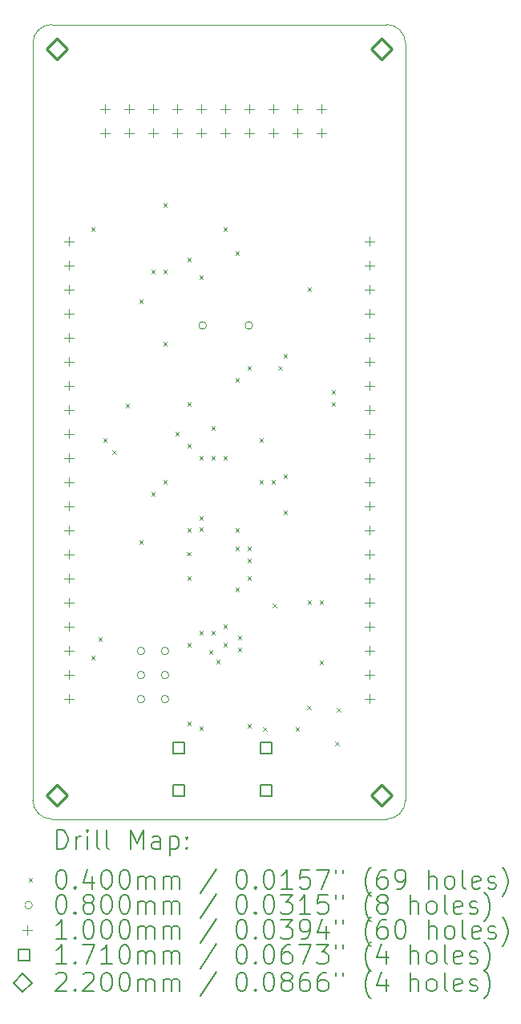
<source format=gbr>
%TF.GenerationSoftware,KiCad,Pcbnew,7.0.9*%
%TF.CreationDate,2023-12-14T16:03:42+09:00*%
%TF.ProjectId,STM32F103_dev_board,53544d33-3246-4313-9033-5f6465765f62,1.2.1*%
%TF.SameCoordinates,Original*%
%TF.FileFunction,Drillmap*%
%TF.FilePolarity,Positive*%
%FSLAX45Y45*%
G04 Gerber Fmt 4.5, Leading zero omitted, Abs format (unit mm)*
G04 Created by KiCad (PCBNEW 7.0.9) date 2023-12-14 16:03:42*
%MOMM*%
%LPD*%
G01*
G04 APERTURE LIST*
%ADD10C,0.100000*%
%ADD11C,0.200000*%
%ADD12C,0.171000*%
%ADD13C,0.220000*%
G04 APERTURE END LIST*
D10*
X16510000Y-5973000D02*
G75*
G03*
X16310000Y-5773000I-200000J0D01*
G01*
X12773000Y-5773000D02*
G75*
G03*
X12573000Y-5973000I0J-200000D01*
G01*
X16310000Y-14155000D02*
X12773000Y-14155000D01*
X16510000Y-5973000D02*
X16510000Y-13955000D01*
X12573000Y-13955000D02*
G75*
G03*
X12773000Y-14155000I200000J0D01*
G01*
X16310000Y-14155000D02*
G75*
G03*
X16510000Y-13955000I0J200000D01*
G01*
X12573000Y-13955000D02*
X12573000Y-5973000D01*
X12773000Y-5773000D02*
X16310000Y-5773000D01*
D11*
D10*
X13188000Y-7912000D02*
X13228000Y-7952000D01*
X13228000Y-7912000D02*
X13188000Y-7952000D01*
X13188000Y-12430950D02*
X13228000Y-12470950D01*
X13228000Y-12430950D02*
X13188000Y-12470950D01*
X13264200Y-12235500D02*
X13304200Y-12275500D01*
X13304200Y-12235500D02*
X13264200Y-12275500D01*
X13315000Y-10140000D02*
X13355000Y-10180000D01*
X13355000Y-10140000D02*
X13315000Y-10180000D01*
X13414550Y-10267000D02*
X13454550Y-10307000D01*
X13454550Y-10267000D02*
X13414550Y-10307000D01*
X13552270Y-9775730D02*
X13592270Y-9815730D01*
X13592270Y-9775730D02*
X13552270Y-9815730D01*
X13696000Y-8674000D02*
X13736000Y-8714000D01*
X13736000Y-8674000D02*
X13696000Y-8714000D01*
X13696000Y-11214000D02*
X13736000Y-11254000D01*
X13736000Y-11214000D02*
X13696000Y-11254000D01*
X13823000Y-8362000D02*
X13863000Y-8402000D01*
X13863000Y-8362000D02*
X13823000Y-8402000D01*
X13823000Y-10706000D02*
X13863000Y-10746000D01*
X13863000Y-10706000D02*
X13823000Y-10746000D01*
X13950000Y-7658000D02*
X13990000Y-7698000D01*
X13990000Y-7658000D02*
X13950000Y-7698000D01*
X13950000Y-8362000D02*
X13990000Y-8402000D01*
X13990000Y-8362000D02*
X13950000Y-8402000D01*
X13950000Y-9124000D02*
X13990000Y-9164000D01*
X13990000Y-9124000D02*
X13950000Y-9164000D01*
X13950000Y-10579000D02*
X13990000Y-10619000D01*
X13990000Y-10579000D02*
X13950000Y-10619000D01*
X14077000Y-10071000D02*
X14117000Y-10111000D01*
X14117000Y-10071000D02*
X14077000Y-10111000D01*
X14201837Y-11336201D02*
X14241837Y-11376201D01*
X14241837Y-11336201D02*
X14201837Y-11376201D01*
X14204000Y-8235000D02*
X14244000Y-8275000D01*
X14244000Y-8235000D02*
X14204000Y-8275000D01*
X14204000Y-9759000D02*
X14244000Y-9799000D01*
X14244000Y-9759000D02*
X14204000Y-9799000D01*
X14204000Y-10198000D02*
X14244000Y-10238000D01*
X14244000Y-10198000D02*
X14204000Y-10238000D01*
X14204000Y-11087000D02*
X14244000Y-11127000D01*
X14244000Y-11087000D02*
X14204000Y-11127000D01*
X14204000Y-11595000D02*
X14244000Y-11635000D01*
X14244000Y-11595000D02*
X14204000Y-11635000D01*
X14204000Y-12299000D02*
X14244000Y-12339000D01*
X14244000Y-12299000D02*
X14204000Y-12339000D01*
X14204000Y-13124500D02*
X14244000Y-13164500D01*
X14244000Y-13124500D02*
X14204000Y-13164500D01*
X14331000Y-8420000D02*
X14371000Y-8460000D01*
X14371000Y-8420000D02*
X14331000Y-8460000D01*
X14331000Y-10325000D02*
X14371000Y-10365000D01*
X14371000Y-10325000D02*
X14331000Y-10365000D01*
X14331000Y-10960000D02*
X14371000Y-11000000D01*
X14371000Y-10960000D02*
X14331000Y-11000000D01*
X14331000Y-11079800D02*
X14371000Y-11119800D01*
X14371000Y-11079800D02*
X14331000Y-11119800D01*
X14331000Y-12172000D02*
X14371000Y-12212000D01*
X14371000Y-12172000D02*
X14331000Y-12212000D01*
X14331000Y-13175300D02*
X14371000Y-13215300D01*
X14371000Y-13175300D02*
X14331000Y-13215300D01*
X14432600Y-12375200D02*
X14472600Y-12415200D01*
X14472600Y-12375200D02*
X14432600Y-12415200D01*
X14458000Y-10013000D02*
X14498000Y-10053000D01*
X14498000Y-10013000D02*
X14458000Y-10053000D01*
X14458000Y-10325000D02*
X14498000Y-10365000D01*
X14498000Y-10325000D02*
X14458000Y-10365000D01*
X14458000Y-12172000D02*
X14498000Y-12212000D01*
X14498000Y-12172000D02*
X14458000Y-12212000D01*
X14508800Y-12476800D02*
X14548800Y-12516800D01*
X14548800Y-12476800D02*
X14508800Y-12516800D01*
X14585000Y-7912000D02*
X14625000Y-7952000D01*
X14625000Y-7912000D02*
X14585000Y-7952000D01*
X14585000Y-10325000D02*
X14625000Y-10365000D01*
X14625000Y-10325000D02*
X14585000Y-10365000D01*
X14585000Y-12103000D02*
X14625000Y-12143000D01*
X14625000Y-12103000D02*
X14585000Y-12143000D01*
X14585000Y-12299000D02*
X14625000Y-12339000D01*
X14625000Y-12299000D02*
X14585000Y-12339000D01*
X14712000Y-8166000D02*
X14752000Y-8206000D01*
X14752000Y-8166000D02*
X14712000Y-8206000D01*
X14712000Y-9505000D02*
X14752000Y-9545000D01*
X14752000Y-9505000D02*
X14712000Y-9545000D01*
X14712000Y-11087000D02*
X14752000Y-11127000D01*
X14752000Y-11087000D02*
X14712000Y-11127000D01*
X14712000Y-11283000D02*
X14752000Y-11323000D01*
X14752000Y-11283000D02*
X14712000Y-11323000D01*
X14712000Y-11714800D02*
X14752000Y-11754800D01*
X14752000Y-11714800D02*
X14712000Y-11754800D01*
X14737400Y-12222800D02*
X14777400Y-12262800D01*
X14777400Y-12222800D02*
X14737400Y-12262800D01*
X14737400Y-12349800D02*
X14777400Y-12389800D01*
X14777400Y-12349800D02*
X14737400Y-12389800D01*
X14839000Y-9378000D02*
X14879000Y-9418000D01*
X14879000Y-9378000D02*
X14839000Y-9418000D01*
X14839000Y-11283000D02*
X14879000Y-11323000D01*
X14879000Y-11283000D02*
X14839000Y-11323000D01*
X14839000Y-11410000D02*
X14879000Y-11450000D01*
X14879000Y-11410000D02*
X14839000Y-11450000D01*
X14839000Y-11595000D02*
X14879000Y-11635000D01*
X14879000Y-11595000D02*
X14839000Y-11635000D01*
X14839000Y-13149900D02*
X14879000Y-13189900D01*
X14879000Y-13149900D02*
X14839000Y-13189900D01*
X14966000Y-10140000D02*
X15006000Y-10180000D01*
X15006000Y-10140000D02*
X14966000Y-10180000D01*
X14966000Y-10579000D02*
X15006000Y-10619000D01*
X15006000Y-10579000D02*
X14966000Y-10619000D01*
X15004100Y-13188000D02*
X15044100Y-13228000D01*
X15044100Y-13188000D02*
X15004100Y-13228000D01*
X15093000Y-10579000D02*
X15133000Y-10619000D01*
X15133000Y-10579000D02*
X15093000Y-10619000D01*
X15105700Y-11879900D02*
X15145700Y-11919900D01*
X15145700Y-11879900D02*
X15105700Y-11919900D01*
X15165450Y-9378000D02*
X15205450Y-9418000D01*
X15205450Y-9378000D02*
X15165450Y-9418000D01*
X15220000Y-9251000D02*
X15260000Y-9291000D01*
X15260000Y-9251000D02*
X15220000Y-9291000D01*
X15220000Y-10521000D02*
X15260000Y-10561000D01*
X15260000Y-10521000D02*
X15220000Y-10561000D01*
X15220000Y-10902000D02*
X15260000Y-10942000D01*
X15260000Y-10902000D02*
X15220000Y-10942000D01*
X15347000Y-13188000D02*
X15387000Y-13228000D01*
X15387000Y-13188000D02*
X15347000Y-13228000D01*
X15473570Y-12958970D02*
X15513570Y-12998970D01*
X15513570Y-12958970D02*
X15473570Y-12998970D01*
X15474000Y-8547000D02*
X15514000Y-8587000D01*
X15514000Y-8547000D02*
X15474000Y-8587000D01*
X15474000Y-11849000D02*
X15514000Y-11889000D01*
X15514000Y-11849000D02*
X15474000Y-11889000D01*
X15601000Y-11849000D02*
X15641000Y-11889000D01*
X15641000Y-11849000D02*
X15601000Y-11889000D01*
X15601000Y-12484000D02*
X15641000Y-12524000D01*
X15641000Y-12484000D02*
X15601000Y-12524000D01*
X15728000Y-9632000D02*
X15768000Y-9672000D01*
X15768000Y-9632000D02*
X15728000Y-9672000D01*
X15728000Y-9759000D02*
X15768000Y-9799000D01*
X15768000Y-9759000D02*
X15728000Y-9799000D01*
X15766100Y-13340400D02*
X15806100Y-13380400D01*
X15806100Y-13340400D02*
X15766100Y-13380400D01*
X15782550Y-12984800D02*
X15822550Y-13024800D01*
X15822550Y-12984800D02*
X15782550Y-13024800D01*
X13756000Y-12382500D02*
G75*
G03*
X13756000Y-12382500I-40000J0D01*
G01*
X13756000Y-12636500D02*
G75*
G03*
X13756000Y-12636500I-40000J0D01*
G01*
X13756000Y-12890500D02*
G75*
G03*
X13756000Y-12890500I-40000J0D01*
G01*
X14010000Y-12382500D02*
G75*
G03*
X14010000Y-12382500I-40000J0D01*
G01*
X14010000Y-12636500D02*
G75*
G03*
X14010000Y-12636500I-40000J0D01*
G01*
X14010000Y-12890500D02*
G75*
G03*
X14010000Y-12890500I-40000J0D01*
G01*
X14407000Y-8948000D02*
G75*
G03*
X14407000Y-8948000I-40000J0D01*
G01*
X14895000Y-8948000D02*
G75*
G03*
X14895000Y-8948000I-40000J0D01*
G01*
X12954000Y-8009000D02*
X12954000Y-8109000D01*
X12904000Y-8059000D02*
X13004000Y-8059000D01*
X12954000Y-8263000D02*
X12954000Y-8363000D01*
X12904000Y-8313000D02*
X13004000Y-8313000D01*
X12954000Y-8517000D02*
X12954000Y-8617000D01*
X12904000Y-8567000D02*
X13004000Y-8567000D01*
X12954000Y-8771000D02*
X12954000Y-8871000D01*
X12904000Y-8821000D02*
X13004000Y-8821000D01*
X12954000Y-9025000D02*
X12954000Y-9125000D01*
X12904000Y-9075000D02*
X13004000Y-9075000D01*
X12954000Y-9279000D02*
X12954000Y-9379000D01*
X12904000Y-9329000D02*
X13004000Y-9329000D01*
X12954000Y-9533000D02*
X12954000Y-9633000D01*
X12904000Y-9583000D02*
X13004000Y-9583000D01*
X12954000Y-9787000D02*
X12954000Y-9887000D01*
X12904000Y-9837000D02*
X13004000Y-9837000D01*
X12954000Y-10041000D02*
X12954000Y-10141000D01*
X12904000Y-10091000D02*
X13004000Y-10091000D01*
X12954000Y-10295000D02*
X12954000Y-10395000D01*
X12904000Y-10345000D02*
X13004000Y-10345000D01*
X12954000Y-10549000D02*
X12954000Y-10649000D01*
X12904000Y-10599000D02*
X13004000Y-10599000D01*
X12954000Y-10803000D02*
X12954000Y-10903000D01*
X12904000Y-10853000D02*
X13004000Y-10853000D01*
X12954000Y-11057000D02*
X12954000Y-11157000D01*
X12904000Y-11107000D02*
X13004000Y-11107000D01*
X12954000Y-11311000D02*
X12954000Y-11411000D01*
X12904000Y-11361000D02*
X13004000Y-11361000D01*
X12954000Y-11565000D02*
X12954000Y-11665000D01*
X12904000Y-11615000D02*
X13004000Y-11615000D01*
X12954000Y-11819000D02*
X12954000Y-11919000D01*
X12904000Y-11869000D02*
X13004000Y-11869000D01*
X12954000Y-12073000D02*
X12954000Y-12173000D01*
X12904000Y-12123000D02*
X13004000Y-12123000D01*
X12954000Y-12327000D02*
X12954000Y-12427000D01*
X12904000Y-12377000D02*
X13004000Y-12377000D01*
X12954000Y-12581000D02*
X12954000Y-12681000D01*
X12904000Y-12631000D02*
X13004000Y-12631000D01*
X12954000Y-12835000D02*
X12954000Y-12935000D01*
X12904000Y-12885000D02*
X13004000Y-12885000D01*
X13335000Y-6612000D02*
X13335000Y-6712000D01*
X13285000Y-6662000D02*
X13385000Y-6662000D01*
X13335000Y-6866000D02*
X13335000Y-6966000D01*
X13285000Y-6916000D02*
X13385000Y-6916000D01*
X13589000Y-6612000D02*
X13589000Y-6712000D01*
X13539000Y-6662000D02*
X13639000Y-6662000D01*
X13589000Y-6866000D02*
X13589000Y-6966000D01*
X13539000Y-6916000D02*
X13639000Y-6916000D01*
X13843000Y-6612000D02*
X13843000Y-6712000D01*
X13793000Y-6662000D02*
X13893000Y-6662000D01*
X13843000Y-6866000D02*
X13843000Y-6966000D01*
X13793000Y-6916000D02*
X13893000Y-6916000D01*
X14097000Y-6612000D02*
X14097000Y-6712000D01*
X14047000Y-6662000D02*
X14147000Y-6662000D01*
X14097000Y-6866000D02*
X14097000Y-6966000D01*
X14047000Y-6916000D02*
X14147000Y-6916000D01*
X14351000Y-6612000D02*
X14351000Y-6712000D01*
X14301000Y-6662000D02*
X14401000Y-6662000D01*
X14351000Y-6866000D02*
X14351000Y-6966000D01*
X14301000Y-6916000D02*
X14401000Y-6916000D01*
X14605000Y-6612000D02*
X14605000Y-6712000D01*
X14555000Y-6662000D02*
X14655000Y-6662000D01*
X14605000Y-6866000D02*
X14605000Y-6966000D01*
X14555000Y-6916000D02*
X14655000Y-6916000D01*
X14859000Y-6612000D02*
X14859000Y-6712000D01*
X14809000Y-6662000D02*
X14909000Y-6662000D01*
X14859000Y-6866000D02*
X14859000Y-6966000D01*
X14809000Y-6916000D02*
X14909000Y-6916000D01*
X15113000Y-6612000D02*
X15113000Y-6712000D01*
X15063000Y-6662000D02*
X15163000Y-6662000D01*
X15113000Y-6866000D02*
X15113000Y-6966000D01*
X15063000Y-6916000D02*
X15163000Y-6916000D01*
X15367000Y-6612000D02*
X15367000Y-6712000D01*
X15317000Y-6662000D02*
X15417000Y-6662000D01*
X15367000Y-6866000D02*
X15367000Y-6966000D01*
X15317000Y-6916000D02*
X15417000Y-6916000D01*
X15621000Y-6612000D02*
X15621000Y-6712000D01*
X15571000Y-6662000D02*
X15671000Y-6662000D01*
X15621000Y-6866000D02*
X15621000Y-6966000D01*
X15571000Y-6916000D02*
X15671000Y-6916000D01*
X16129000Y-8009000D02*
X16129000Y-8109000D01*
X16079000Y-8059000D02*
X16179000Y-8059000D01*
X16129000Y-8263000D02*
X16129000Y-8363000D01*
X16079000Y-8313000D02*
X16179000Y-8313000D01*
X16129000Y-8517000D02*
X16129000Y-8617000D01*
X16079000Y-8567000D02*
X16179000Y-8567000D01*
X16129000Y-8771000D02*
X16129000Y-8871000D01*
X16079000Y-8821000D02*
X16179000Y-8821000D01*
X16129000Y-9025000D02*
X16129000Y-9125000D01*
X16079000Y-9075000D02*
X16179000Y-9075000D01*
X16129000Y-9279000D02*
X16129000Y-9379000D01*
X16079000Y-9329000D02*
X16179000Y-9329000D01*
X16129000Y-9533000D02*
X16129000Y-9633000D01*
X16079000Y-9583000D02*
X16179000Y-9583000D01*
X16129000Y-9787000D02*
X16129000Y-9887000D01*
X16079000Y-9837000D02*
X16179000Y-9837000D01*
X16129000Y-10041000D02*
X16129000Y-10141000D01*
X16079000Y-10091000D02*
X16179000Y-10091000D01*
X16129000Y-10295000D02*
X16129000Y-10395000D01*
X16079000Y-10345000D02*
X16179000Y-10345000D01*
X16129000Y-10549000D02*
X16129000Y-10649000D01*
X16079000Y-10599000D02*
X16179000Y-10599000D01*
X16129000Y-10803000D02*
X16129000Y-10903000D01*
X16079000Y-10853000D02*
X16179000Y-10853000D01*
X16129000Y-11057000D02*
X16129000Y-11157000D01*
X16079000Y-11107000D02*
X16179000Y-11107000D01*
X16129000Y-11311000D02*
X16129000Y-11411000D01*
X16079000Y-11361000D02*
X16179000Y-11361000D01*
X16129000Y-11565000D02*
X16129000Y-11665000D01*
X16079000Y-11615000D02*
X16179000Y-11615000D01*
X16129000Y-11819000D02*
X16129000Y-11919000D01*
X16079000Y-11869000D02*
X16179000Y-11869000D01*
X16129000Y-12073000D02*
X16129000Y-12173000D01*
X16079000Y-12123000D02*
X16179000Y-12123000D01*
X16129000Y-12327000D02*
X16129000Y-12427000D01*
X16079000Y-12377000D02*
X16179000Y-12377000D01*
X16129000Y-12581000D02*
X16129000Y-12681000D01*
X16079000Y-12631000D02*
X16179000Y-12631000D01*
X16129000Y-12835000D02*
X16129000Y-12935000D01*
X16079000Y-12885000D02*
X16179000Y-12885000D01*
D12*
X14175258Y-13466158D02*
X14175258Y-13345242D01*
X14054342Y-13345242D01*
X14054342Y-13466158D01*
X14175258Y-13466158D01*
X14175258Y-13916158D02*
X14175258Y-13795242D01*
X14054342Y-13795242D01*
X14054342Y-13916158D01*
X14175258Y-13916158D01*
X15097258Y-13466158D02*
X15097258Y-13345242D01*
X14976342Y-13345242D01*
X14976342Y-13466158D01*
X15097258Y-13466158D01*
X15097258Y-13916158D02*
X15097258Y-13795242D01*
X14976342Y-13795242D01*
X14976342Y-13916158D01*
X15097258Y-13916158D01*
D13*
X12827000Y-6137000D02*
X12937000Y-6027000D01*
X12827000Y-5917000D01*
X12717000Y-6027000D01*
X12827000Y-6137000D01*
X12828591Y-14015335D02*
X12938591Y-13905335D01*
X12828591Y-13795335D01*
X12718591Y-13905335D01*
X12828591Y-14015335D01*
X16256000Y-6137000D02*
X16366000Y-6027000D01*
X16256000Y-5917000D01*
X16146000Y-6027000D01*
X16256000Y-6137000D01*
X16256000Y-14011000D02*
X16366000Y-13901000D01*
X16256000Y-13791000D01*
X16146000Y-13901000D01*
X16256000Y-14011000D01*
D11*
X12828777Y-14471484D02*
X12828777Y-14271484D01*
X12828777Y-14271484D02*
X12876396Y-14271484D01*
X12876396Y-14271484D02*
X12904967Y-14281008D01*
X12904967Y-14281008D02*
X12924015Y-14300055D01*
X12924015Y-14300055D02*
X12933539Y-14319103D01*
X12933539Y-14319103D02*
X12943062Y-14357198D01*
X12943062Y-14357198D02*
X12943062Y-14385769D01*
X12943062Y-14385769D02*
X12933539Y-14423865D01*
X12933539Y-14423865D02*
X12924015Y-14442912D01*
X12924015Y-14442912D02*
X12904967Y-14461960D01*
X12904967Y-14461960D02*
X12876396Y-14471484D01*
X12876396Y-14471484D02*
X12828777Y-14471484D01*
X13028777Y-14471484D02*
X13028777Y-14338150D01*
X13028777Y-14376246D02*
X13038301Y-14357198D01*
X13038301Y-14357198D02*
X13047824Y-14347674D01*
X13047824Y-14347674D02*
X13066872Y-14338150D01*
X13066872Y-14338150D02*
X13085920Y-14338150D01*
X13152586Y-14471484D02*
X13152586Y-14338150D01*
X13152586Y-14271484D02*
X13143062Y-14281008D01*
X13143062Y-14281008D02*
X13152586Y-14290531D01*
X13152586Y-14290531D02*
X13162110Y-14281008D01*
X13162110Y-14281008D02*
X13152586Y-14271484D01*
X13152586Y-14271484D02*
X13152586Y-14290531D01*
X13276396Y-14471484D02*
X13257348Y-14461960D01*
X13257348Y-14461960D02*
X13247824Y-14442912D01*
X13247824Y-14442912D02*
X13247824Y-14271484D01*
X13381158Y-14471484D02*
X13362110Y-14461960D01*
X13362110Y-14461960D02*
X13352586Y-14442912D01*
X13352586Y-14442912D02*
X13352586Y-14271484D01*
X13609729Y-14471484D02*
X13609729Y-14271484D01*
X13609729Y-14271484D02*
X13676396Y-14414341D01*
X13676396Y-14414341D02*
X13743062Y-14271484D01*
X13743062Y-14271484D02*
X13743062Y-14471484D01*
X13924015Y-14471484D02*
X13924015Y-14366722D01*
X13924015Y-14366722D02*
X13914491Y-14347674D01*
X13914491Y-14347674D02*
X13895443Y-14338150D01*
X13895443Y-14338150D02*
X13857348Y-14338150D01*
X13857348Y-14338150D02*
X13838301Y-14347674D01*
X13924015Y-14461960D02*
X13904967Y-14471484D01*
X13904967Y-14471484D02*
X13857348Y-14471484D01*
X13857348Y-14471484D02*
X13838301Y-14461960D01*
X13838301Y-14461960D02*
X13828777Y-14442912D01*
X13828777Y-14442912D02*
X13828777Y-14423865D01*
X13828777Y-14423865D02*
X13838301Y-14404817D01*
X13838301Y-14404817D02*
X13857348Y-14395293D01*
X13857348Y-14395293D02*
X13904967Y-14395293D01*
X13904967Y-14395293D02*
X13924015Y-14385769D01*
X14019253Y-14338150D02*
X14019253Y-14538150D01*
X14019253Y-14347674D02*
X14038301Y-14338150D01*
X14038301Y-14338150D02*
X14076396Y-14338150D01*
X14076396Y-14338150D02*
X14095443Y-14347674D01*
X14095443Y-14347674D02*
X14104967Y-14357198D01*
X14104967Y-14357198D02*
X14114491Y-14376246D01*
X14114491Y-14376246D02*
X14114491Y-14433388D01*
X14114491Y-14433388D02*
X14104967Y-14452436D01*
X14104967Y-14452436D02*
X14095443Y-14461960D01*
X14095443Y-14461960D02*
X14076396Y-14471484D01*
X14076396Y-14471484D02*
X14038301Y-14471484D01*
X14038301Y-14471484D02*
X14019253Y-14461960D01*
X14200205Y-14452436D02*
X14209729Y-14461960D01*
X14209729Y-14461960D02*
X14200205Y-14471484D01*
X14200205Y-14471484D02*
X14190682Y-14461960D01*
X14190682Y-14461960D02*
X14200205Y-14452436D01*
X14200205Y-14452436D02*
X14200205Y-14471484D01*
X14200205Y-14347674D02*
X14209729Y-14357198D01*
X14209729Y-14357198D02*
X14200205Y-14366722D01*
X14200205Y-14366722D02*
X14190682Y-14357198D01*
X14190682Y-14357198D02*
X14200205Y-14347674D01*
X14200205Y-14347674D02*
X14200205Y-14366722D01*
D10*
X12528000Y-14780000D02*
X12568000Y-14820000D01*
X12568000Y-14780000D02*
X12528000Y-14820000D01*
D11*
X12866872Y-14691484D02*
X12885920Y-14691484D01*
X12885920Y-14691484D02*
X12904967Y-14701008D01*
X12904967Y-14701008D02*
X12914491Y-14710531D01*
X12914491Y-14710531D02*
X12924015Y-14729579D01*
X12924015Y-14729579D02*
X12933539Y-14767674D01*
X12933539Y-14767674D02*
X12933539Y-14815293D01*
X12933539Y-14815293D02*
X12924015Y-14853388D01*
X12924015Y-14853388D02*
X12914491Y-14872436D01*
X12914491Y-14872436D02*
X12904967Y-14881960D01*
X12904967Y-14881960D02*
X12885920Y-14891484D01*
X12885920Y-14891484D02*
X12866872Y-14891484D01*
X12866872Y-14891484D02*
X12847824Y-14881960D01*
X12847824Y-14881960D02*
X12838301Y-14872436D01*
X12838301Y-14872436D02*
X12828777Y-14853388D01*
X12828777Y-14853388D02*
X12819253Y-14815293D01*
X12819253Y-14815293D02*
X12819253Y-14767674D01*
X12819253Y-14767674D02*
X12828777Y-14729579D01*
X12828777Y-14729579D02*
X12838301Y-14710531D01*
X12838301Y-14710531D02*
X12847824Y-14701008D01*
X12847824Y-14701008D02*
X12866872Y-14691484D01*
X13019253Y-14872436D02*
X13028777Y-14881960D01*
X13028777Y-14881960D02*
X13019253Y-14891484D01*
X13019253Y-14891484D02*
X13009729Y-14881960D01*
X13009729Y-14881960D02*
X13019253Y-14872436D01*
X13019253Y-14872436D02*
X13019253Y-14891484D01*
X13200205Y-14758150D02*
X13200205Y-14891484D01*
X13152586Y-14681960D02*
X13104967Y-14824817D01*
X13104967Y-14824817D02*
X13228777Y-14824817D01*
X13343062Y-14691484D02*
X13362110Y-14691484D01*
X13362110Y-14691484D02*
X13381158Y-14701008D01*
X13381158Y-14701008D02*
X13390682Y-14710531D01*
X13390682Y-14710531D02*
X13400205Y-14729579D01*
X13400205Y-14729579D02*
X13409729Y-14767674D01*
X13409729Y-14767674D02*
X13409729Y-14815293D01*
X13409729Y-14815293D02*
X13400205Y-14853388D01*
X13400205Y-14853388D02*
X13390682Y-14872436D01*
X13390682Y-14872436D02*
X13381158Y-14881960D01*
X13381158Y-14881960D02*
X13362110Y-14891484D01*
X13362110Y-14891484D02*
X13343062Y-14891484D01*
X13343062Y-14891484D02*
X13324015Y-14881960D01*
X13324015Y-14881960D02*
X13314491Y-14872436D01*
X13314491Y-14872436D02*
X13304967Y-14853388D01*
X13304967Y-14853388D02*
X13295443Y-14815293D01*
X13295443Y-14815293D02*
X13295443Y-14767674D01*
X13295443Y-14767674D02*
X13304967Y-14729579D01*
X13304967Y-14729579D02*
X13314491Y-14710531D01*
X13314491Y-14710531D02*
X13324015Y-14701008D01*
X13324015Y-14701008D02*
X13343062Y-14691484D01*
X13533539Y-14691484D02*
X13552586Y-14691484D01*
X13552586Y-14691484D02*
X13571634Y-14701008D01*
X13571634Y-14701008D02*
X13581158Y-14710531D01*
X13581158Y-14710531D02*
X13590682Y-14729579D01*
X13590682Y-14729579D02*
X13600205Y-14767674D01*
X13600205Y-14767674D02*
X13600205Y-14815293D01*
X13600205Y-14815293D02*
X13590682Y-14853388D01*
X13590682Y-14853388D02*
X13581158Y-14872436D01*
X13581158Y-14872436D02*
X13571634Y-14881960D01*
X13571634Y-14881960D02*
X13552586Y-14891484D01*
X13552586Y-14891484D02*
X13533539Y-14891484D01*
X13533539Y-14891484D02*
X13514491Y-14881960D01*
X13514491Y-14881960D02*
X13504967Y-14872436D01*
X13504967Y-14872436D02*
X13495443Y-14853388D01*
X13495443Y-14853388D02*
X13485920Y-14815293D01*
X13485920Y-14815293D02*
X13485920Y-14767674D01*
X13485920Y-14767674D02*
X13495443Y-14729579D01*
X13495443Y-14729579D02*
X13504967Y-14710531D01*
X13504967Y-14710531D02*
X13514491Y-14701008D01*
X13514491Y-14701008D02*
X13533539Y-14691484D01*
X13685920Y-14891484D02*
X13685920Y-14758150D01*
X13685920Y-14777198D02*
X13695443Y-14767674D01*
X13695443Y-14767674D02*
X13714491Y-14758150D01*
X13714491Y-14758150D02*
X13743063Y-14758150D01*
X13743063Y-14758150D02*
X13762110Y-14767674D01*
X13762110Y-14767674D02*
X13771634Y-14786722D01*
X13771634Y-14786722D02*
X13771634Y-14891484D01*
X13771634Y-14786722D02*
X13781158Y-14767674D01*
X13781158Y-14767674D02*
X13800205Y-14758150D01*
X13800205Y-14758150D02*
X13828777Y-14758150D01*
X13828777Y-14758150D02*
X13847824Y-14767674D01*
X13847824Y-14767674D02*
X13857348Y-14786722D01*
X13857348Y-14786722D02*
X13857348Y-14891484D01*
X13952586Y-14891484D02*
X13952586Y-14758150D01*
X13952586Y-14777198D02*
X13962110Y-14767674D01*
X13962110Y-14767674D02*
X13981158Y-14758150D01*
X13981158Y-14758150D02*
X14009729Y-14758150D01*
X14009729Y-14758150D02*
X14028777Y-14767674D01*
X14028777Y-14767674D02*
X14038301Y-14786722D01*
X14038301Y-14786722D02*
X14038301Y-14891484D01*
X14038301Y-14786722D02*
X14047824Y-14767674D01*
X14047824Y-14767674D02*
X14066872Y-14758150D01*
X14066872Y-14758150D02*
X14095443Y-14758150D01*
X14095443Y-14758150D02*
X14114491Y-14767674D01*
X14114491Y-14767674D02*
X14124015Y-14786722D01*
X14124015Y-14786722D02*
X14124015Y-14891484D01*
X14514491Y-14681960D02*
X14343063Y-14939103D01*
X14771634Y-14691484D02*
X14790682Y-14691484D01*
X14790682Y-14691484D02*
X14809729Y-14701008D01*
X14809729Y-14701008D02*
X14819253Y-14710531D01*
X14819253Y-14710531D02*
X14828777Y-14729579D01*
X14828777Y-14729579D02*
X14838301Y-14767674D01*
X14838301Y-14767674D02*
X14838301Y-14815293D01*
X14838301Y-14815293D02*
X14828777Y-14853388D01*
X14828777Y-14853388D02*
X14819253Y-14872436D01*
X14819253Y-14872436D02*
X14809729Y-14881960D01*
X14809729Y-14881960D02*
X14790682Y-14891484D01*
X14790682Y-14891484D02*
X14771634Y-14891484D01*
X14771634Y-14891484D02*
X14752586Y-14881960D01*
X14752586Y-14881960D02*
X14743063Y-14872436D01*
X14743063Y-14872436D02*
X14733539Y-14853388D01*
X14733539Y-14853388D02*
X14724015Y-14815293D01*
X14724015Y-14815293D02*
X14724015Y-14767674D01*
X14724015Y-14767674D02*
X14733539Y-14729579D01*
X14733539Y-14729579D02*
X14743063Y-14710531D01*
X14743063Y-14710531D02*
X14752586Y-14701008D01*
X14752586Y-14701008D02*
X14771634Y-14691484D01*
X14924015Y-14872436D02*
X14933539Y-14881960D01*
X14933539Y-14881960D02*
X14924015Y-14891484D01*
X14924015Y-14891484D02*
X14914491Y-14881960D01*
X14914491Y-14881960D02*
X14924015Y-14872436D01*
X14924015Y-14872436D02*
X14924015Y-14891484D01*
X15057348Y-14691484D02*
X15076396Y-14691484D01*
X15076396Y-14691484D02*
X15095444Y-14701008D01*
X15095444Y-14701008D02*
X15104967Y-14710531D01*
X15104967Y-14710531D02*
X15114491Y-14729579D01*
X15114491Y-14729579D02*
X15124015Y-14767674D01*
X15124015Y-14767674D02*
X15124015Y-14815293D01*
X15124015Y-14815293D02*
X15114491Y-14853388D01*
X15114491Y-14853388D02*
X15104967Y-14872436D01*
X15104967Y-14872436D02*
X15095444Y-14881960D01*
X15095444Y-14881960D02*
X15076396Y-14891484D01*
X15076396Y-14891484D02*
X15057348Y-14891484D01*
X15057348Y-14891484D02*
X15038301Y-14881960D01*
X15038301Y-14881960D02*
X15028777Y-14872436D01*
X15028777Y-14872436D02*
X15019253Y-14853388D01*
X15019253Y-14853388D02*
X15009729Y-14815293D01*
X15009729Y-14815293D02*
X15009729Y-14767674D01*
X15009729Y-14767674D02*
X15019253Y-14729579D01*
X15019253Y-14729579D02*
X15028777Y-14710531D01*
X15028777Y-14710531D02*
X15038301Y-14701008D01*
X15038301Y-14701008D02*
X15057348Y-14691484D01*
X15314491Y-14891484D02*
X15200206Y-14891484D01*
X15257348Y-14891484D02*
X15257348Y-14691484D01*
X15257348Y-14691484D02*
X15238301Y-14720055D01*
X15238301Y-14720055D02*
X15219253Y-14739103D01*
X15219253Y-14739103D02*
X15200206Y-14748627D01*
X15495444Y-14691484D02*
X15400206Y-14691484D01*
X15400206Y-14691484D02*
X15390682Y-14786722D01*
X15390682Y-14786722D02*
X15400206Y-14777198D01*
X15400206Y-14777198D02*
X15419253Y-14767674D01*
X15419253Y-14767674D02*
X15466872Y-14767674D01*
X15466872Y-14767674D02*
X15485920Y-14777198D01*
X15485920Y-14777198D02*
X15495444Y-14786722D01*
X15495444Y-14786722D02*
X15504967Y-14805769D01*
X15504967Y-14805769D02*
X15504967Y-14853388D01*
X15504967Y-14853388D02*
X15495444Y-14872436D01*
X15495444Y-14872436D02*
X15485920Y-14881960D01*
X15485920Y-14881960D02*
X15466872Y-14891484D01*
X15466872Y-14891484D02*
X15419253Y-14891484D01*
X15419253Y-14891484D02*
X15400206Y-14881960D01*
X15400206Y-14881960D02*
X15390682Y-14872436D01*
X15571634Y-14691484D02*
X15704967Y-14691484D01*
X15704967Y-14691484D02*
X15619253Y-14891484D01*
X15771634Y-14691484D02*
X15771634Y-14729579D01*
X15847825Y-14691484D02*
X15847825Y-14729579D01*
X16143063Y-14967674D02*
X16133539Y-14958150D01*
X16133539Y-14958150D02*
X16114491Y-14929579D01*
X16114491Y-14929579D02*
X16104968Y-14910531D01*
X16104968Y-14910531D02*
X16095444Y-14881960D01*
X16095444Y-14881960D02*
X16085920Y-14834341D01*
X16085920Y-14834341D02*
X16085920Y-14796246D01*
X16085920Y-14796246D02*
X16095444Y-14748627D01*
X16095444Y-14748627D02*
X16104968Y-14720055D01*
X16104968Y-14720055D02*
X16114491Y-14701008D01*
X16114491Y-14701008D02*
X16133539Y-14672436D01*
X16133539Y-14672436D02*
X16143063Y-14662912D01*
X16304968Y-14691484D02*
X16266872Y-14691484D01*
X16266872Y-14691484D02*
X16247825Y-14701008D01*
X16247825Y-14701008D02*
X16238301Y-14710531D01*
X16238301Y-14710531D02*
X16219253Y-14739103D01*
X16219253Y-14739103D02*
X16209729Y-14777198D01*
X16209729Y-14777198D02*
X16209729Y-14853388D01*
X16209729Y-14853388D02*
X16219253Y-14872436D01*
X16219253Y-14872436D02*
X16228777Y-14881960D01*
X16228777Y-14881960D02*
X16247825Y-14891484D01*
X16247825Y-14891484D02*
X16285920Y-14891484D01*
X16285920Y-14891484D02*
X16304968Y-14881960D01*
X16304968Y-14881960D02*
X16314491Y-14872436D01*
X16314491Y-14872436D02*
X16324015Y-14853388D01*
X16324015Y-14853388D02*
X16324015Y-14805769D01*
X16324015Y-14805769D02*
X16314491Y-14786722D01*
X16314491Y-14786722D02*
X16304968Y-14777198D01*
X16304968Y-14777198D02*
X16285920Y-14767674D01*
X16285920Y-14767674D02*
X16247825Y-14767674D01*
X16247825Y-14767674D02*
X16228777Y-14777198D01*
X16228777Y-14777198D02*
X16219253Y-14786722D01*
X16219253Y-14786722D02*
X16209729Y-14805769D01*
X16419253Y-14891484D02*
X16457348Y-14891484D01*
X16457348Y-14891484D02*
X16476396Y-14881960D01*
X16476396Y-14881960D02*
X16485920Y-14872436D01*
X16485920Y-14872436D02*
X16504968Y-14843865D01*
X16504968Y-14843865D02*
X16514491Y-14805769D01*
X16514491Y-14805769D02*
X16514491Y-14729579D01*
X16514491Y-14729579D02*
X16504968Y-14710531D01*
X16504968Y-14710531D02*
X16495444Y-14701008D01*
X16495444Y-14701008D02*
X16476396Y-14691484D01*
X16476396Y-14691484D02*
X16438301Y-14691484D01*
X16438301Y-14691484D02*
X16419253Y-14701008D01*
X16419253Y-14701008D02*
X16409729Y-14710531D01*
X16409729Y-14710531D02*
X16400206Y-14729579D01*
X16400206Y-14729579D02*
X16400206Y-14777198D01*
X16400206Y-14777198D02*
X16409729Y-14796246D01*
X16409729Y-14796246D02*
X16419253Y-14805769D01*
X16419253Y-14805769D02*
X16438301Y-14815293D01*
X16438301Y-14815293D02*
X16476396Y-14815293D01*
X16476396Y-14815293D02*
X16495444Y-14805769D01*
X16495444Y-14805769D02*
X16504968Y-14796246D01*
X16504968Y-14796246D02*
X16514491Y-14777198D01*
X16752587Y-14891484D02*
X16752587Y-14691484D01*
X16838301Y-14891484D02*
X16838301Y-14786722D01*
X16838301Y-14786722D02*
X16828777Y-14767674D01*
X16828777Y-14767674D02*
X16809730Y-14758150D01*
X16809730Y-14758150D02*
X16781158Y-14758150D01*
X16781158Y-14758150D02*
X16762110Y-14767674D01*
X16762110Y-14767674D02*
X16752587Y-14777198D01*
X16962111Y-14891484D02*
X16943063Y-14881960D01*
X16943063Y-14881960D02*
X16933539Y-14872436D01*
X16933539Y-14872436D02*
X16924015Y-14853388D01*
X16924015Y-14853388D02*
X16924015Y-14796246D01*
X16924015Y-14796246D02*
X16933539Y-14777198D01*
X16933539Y-14777198D02*
X16943063Y-14767674D01*
X16943063Y-14767674D02*
X16962111Y-14758150D01*
X16962111Y-14758150D02*
X16990682Y-14758150D01*
X16990682Y-14758150D02*
X17009730Y-14767674D01*
X17009730Y-14767674D02*
X17019253Y-14777198D01*
X17019253Y-14777198D02*
X17028777Y-14796246D01*
X17028777Y-14796246D02*
X17028777Y-14853388D01*
X17028777Y-14853388D02*
X17019253Y-14872436D01*
X17019253Y-14872436D02*
X17009730Y-14881960D01*
X17009730Y-14881960D02*
X16990682Y-14891484D01*
X16990682Y-14891484D02*
X16962111Y-14891484D01*
X17143063Y-14891484D02*
X17124015Y-14881960D01*
X17124015Y-14881960D02*
X17114492Y-14862912D01*
X17114492Y-14862912D02*
X17114492Y-14691484D01*
X17295444Y-14881960D02*
X17276396Y-14891484D01*
X17276396Y-14891484D02*
X17238301Y-14891484D01*
X17238301Y-14891484D02*
X17219253Y-14881960D01*
X17219253Y-14881960D02*
X17209730Y-14862912D01*
X17209730Y-14862912D02*
X17209730Y-14786722D01*
X17209730Y-14786722D02*
X17219253Y-14767674D01*
X17219253Y-14767674D02*
X17238301Y-14758150D01*
X17238301Y-14758150D02*
X17276396Y-14758150D01*
X17276396Y-14758150D02*
X17295444Y-14767674D01*
X17295444Y-14767674D02*
X17304968Y-14786722D01*
X17304968Y-14786722D02*
X17304968Y-14805769D01*
X17304968Y-14805769D02*
X17209730Y-14824817D01*
X17381158Y-14881960D02*
X17400206Y-14891484D01*
X17400206Y-14891484D02*
X17438301Y-14891484D01*
X17438301Y-14891484D02*
X17457349Y-14881960D01*
X17457349Y-14881960D02*
X17466873Y-14862912D01*
X17466873Y-14862912D02*
X17466873Y-14853388D01*
X17466873Y-14853388D02*
X17457349Y-14834341D01*
X17457349Y-14834341D02*
X17438301Y-14824817D01*
X17438301Y-14824817D02*
X17409730Y-14824817D01*
X17409730Y-14824817D02*
X17390682Y-14815293D01*
X17390682Y-14815293D02*
X17381158Y-14796246D01*
X17381158Y-14796246D02*
X17381158Y-14786722D01*
X17381158Y-14786722D02*
X17390682Y-14767674D01*
X17390682Y-14767674D02*
X17409730Y-14758150D01*
X17409730Y-14758150D02*
X17438301Y-14758150D01*
X17438301Y-14758150D02*
X17457349Y-14767674D01*
X17533539Y-14967674D02*
X17543063Y-14958150D01*
X17543063Y-14958150D02*
X17562111Y-14929579D01*
X17562111Y-14929579D02*
X17571634Y-14910531D01*
X17571634Y-14910531D02*
X17581158Y-14881960D01*
X17581158Y-14881960D02*
X17590682Y-14834341D01*
X17590682Y-14834341D02*
X17590682Y-14796246D01*
X17590682Y-14796246D02*
X17581158Y-14748627D01*
X17581158Y-14748627D02*
X17571634Y-14720055D01*
X17571634Y-14720055D02*
X17562111Y-14701008D01*
X17562111Y-14701008D02*
X17543063Y-14672436D01*
X17543063Y-14672436D02*
X17533539Y-14662912D01*
D10*
X12568000Y-15064000D02*
G75*
G03*
X12568000Y-15064000I-40000J0D01*
G01*
D11*
X12866872Y-14955484D02*
X12885920Y-14955484D01*
X12885920Y-14955484D02*
X12904967Y-14965008D01*
X12904967Y-14965008D02*
X12914491Y-14974531D01*
X12914491Y-14974531D02*
X12924015Y-14993579D01*
X12924015Y-14993579D02*
X12933539Y-15031674D01*
X12933539Y-15031674D02*
X12933539Y-15079293D01*
X12933539Y-15079293D02*
X12924015Y-15117388D01*
X12924015Y-15117388D02*
X12914491Y-15136436D01*
X12914491Y-15136436D02*
X12904967Y-15145960D01*
X12904967Y-15145960D02*
X12885920Y-15155484D01*
X12885920Y-15155484D02*
X12866872Y-15155484D01*
X12866872Y-15155484D02*
X12847824Y-15145960D01*
X12847824Y-15145960D02*
X12838301Y-15136436D01*
X12838301Y-15136436D02*
X12828777Y-15117388D01*
X12828777Y-15117388D02*
X12819253Y-15079293D01*
X12819253Y-15079293D02*
X12819253Y-15031674D01*
X12819253Y-15031674D02*
X12828777Y-14993579D01*
X12828777Y-14993579D02*
X12838301Y-14974531D01*
X12838301Y-14974531D02*
X12847824Y-14965008D01*
X12847824Y-14965008D02*
X12866872Y-14955484D01*
X13019253Y-15136436D02*
X13028777Y-15145960D01*
X13028777Y-15145960D02*
X13019253Y-15155484D01*
X13019253Y-15155484D02*
X13009729Y-15145960D01*
X13009729Y-15145960D02*
X13019253Y-15136436D01*
X13019253Y-15136436D02*
X13019253Y-15155484D01*
X13143062Y-15041198D02*
X13124015Y-15031674D01*
X13124015Y-15031674D02*
X13114491Y-15022150D01*
X13114491Y-15022150D02*
X13104967Y-15003103D01*
X13104967Y-15003103D02*
X13104967Y-14993579D01*
X13104967Y-14993579D02*
X13114491Y-14974531D01*
X13114491Y-14974531D02*
X13124015Y-14965008D01*
X13124015Y-14965008D02*
X13143062Y-14955484D01*
X13143062Y-14955484D02*
X13181158Y-14955484D01*
X13181158Y-14955484D02*
X13200205Y-14965008D01*
X13200205Y-14965008D02*
X13209729Y-14974531D01*
X13209729Y-14974531D02*
X13219253Y-14993579D01*
X13219253Y-14993579D02*
X13219253Y-15003103D01*
X13219253Y-15003103D02*
X13209729Y-15022150D01*
X13209729Y-15022150D02*
X13200205Y-15031674D01*
X13200205Y-15031674D02*
X13181158Y-15041198D01*
X13181158Y-15041198D02*
X13143062Y-15041198D01*
X13143062Y-15041198D02*
X13124015Y-15050722D01*
X13124015Y-15050722D02*
X13114491Y-15060246D01*
X13114491Y-15060246D02*
X13104967Y-15079293D01*
X13104967Y-15079293D02*
X13104967Y-15117388D01*
X13104967Y-15117388D02*
X13114491Y-15136436D01*
X13114491Y-15136436D02*
X13124015Y-15145960D01*
X13124015Y-15145960D02*
X13143062Y-15155484D01*
X13143062Y-15155484D02*
X13181158Y-15155484D01*
X13181158Y-15155484D02*
X13200205Y-15145960D01*
X13200205Y-15145960D02*
X13209729Y-15136436D01*
X13209729Y-15136436D02*
X13219253Y-15117388D01*
X13219253Y-15117388D02*
X13219253Y-15079293D01*
X13219253Y-15079293D02*
X13209729Y-15060246D01*
X13209729Y-15060246D02*
X13200205Y-15050722D01*
X13200205Y-15050722D02*
X13181158Y-15041198D01*
X13343062Y-14955484D02*
X13362110Y-14955484D01*
X13362110Y-14955484D02*
X13381158Y-14965008D01*
X13381158Y-14965008D02*
X13390682Y-14974531D01*
X13390682Y-14974531D02*
X13400205Y-14993579D01*
X13400205Y-14993579D02*
X13409729Y-15031674D01*
X13409729Y-15031674D02*
X13409729Y-15079293D01*
X13409729Y-15079293D02*
X13400205Y-15117388D01*
X13400205Y-15117388D02*
X13390682Y-15136436D01*
X13390682Y-15136436D02*
X13381158Y-15145960D01*
X13381158Y-15145960D02*
X13362110Y-15155484D01*
X13362110Y-15155484D02*
X13343062Y-15155484D01*
X13343062Y-15155484D02*
X13324015Y-15145960D01*
X13324015Y-15145960D02*
X13314491Y-15136436D01*
X13314491Y-15136436D02*
X13304967Y-15117388D01*
X13304967Y-15117388D02*
X13295443Y-15079293D01*
X13295443Y-15079293D02*
X13295443Y-15031674D01*
X13295443Y-15031674D02*
X13304967Y-14993579D01*
X13304967Y-14993579D02*
X13314491Y-14974531D01*
X13314491Y-14974531D02*
X13324015Y-14965008D01*
X13324015Y-14965008D02*
X13343062Y-14955484D01*
X13533539Y-14955484D02*
X13552586Y-14955484D01*
X13552586Y-14955484D02*
X13571634Y-14965008D01*
X13571634Y-14965008D02*
X13581158Y-14974531D01*
X13581158Y-14974531D02*
X13590682Y-14993579D01*
X13590682Y-14993579D02*
X13600205Y-15031674D01*
X13600205Y-15031674D02*
X13600205Y-15079293D01*
X13600205Y-15079293D02*
X13590682Y-15117388D01*
X13590682Y-15117388D02*
X13581158Y-15136436D01*
X13581158Y-15136436D02*
X13571634Y-15145960D01*
X13571634Y-15145960D02*
X13552586Y-15155484D01*
X13552586Y-15155484D02*
X13533539Y-15155484D01*
X13533539Y-15155484D02*
X13514491Y-15145960D01*
X13514491Y-15145960D02*
X13504967Y-15136436D01*
X13504967Y-15136436D02*
X13495443Y-15117388D01*
X13495443Y-15117388D02*
X13485920Y-15079293D01*
X13485920Y-15079293D02*
X13485920Y-15031674D01*
X13485920Y-15031674D02*
X13495443Y-14993579D01*
X13495443Y-14993579D02*
X13504967Y-14974531D01*
X13504967Y-14974531D02*
X13514491Y-14965008D01*
X13514491Y-14965008D02*
X13533539Y-14955484D01*
X13685920Y-15155484D02*
X13685920Y-15022150D01*
X13685920Y-15041198D02*
X13695443Y-15031674D01*
X13695443Y-15031674D02*
X13714491Y-15022150D01*
X13714491Y-15022150D02*
X13743063Y-15022150D01*
X13743063Y-15022150D02*
X13762110Y-15031674D01*
X13762110Y-15031674D02*
X13771634Y-15050722D01*
X13771634Y-15050722D02*
X13771634Y-15155484D01*
X13771634Y-15050722D02*
X13781158Y-15031674D01*
X13781158Y-15031674D02*
X13800205Y-15022150D01*
X13800205Y-15022150D02*
X13828777Y-15022150D01*
X13828777Y-15022150D02*
X13847824Y-15031674D01*
X13847824Y-15031674D02*
X13857348Y-15050722D01*
X13857348Y-15050722D02*
X13857348Y-15155484D01*
X13952586Y-15155484D02*
X13952586Y-15022150D01*
X13952586Y-15041198D02*
X13962110Y-15031674D01*
X13962110Y-15031674D02*
X13981158Y-15022150D01*
X13981158Y-15022150D02*
X14009729Y-15022150D01*
X14009729Y-15022150D02*
X14028777Y-15031674D01*
X14028777Y-15031674D02*
X14038301Y-15050722D01*
X14038301Y-15050722D02*
X14038301Y-15155484D01*
X14038301Y-15050722D02*
X14047824Y-15031674D01*
X14047824Y-15031674D02*
X14066872Y-15022150D01*
X14066872Y-15022150D02*
X14095443Y-15022150D01*
X14095443Y-15022150D02*
X14114491Y-15031674D01*
X14114491Y-15031674D02*
X14124015Y-15050722D01*
X14124015Y-15050722D02*
X14124015Y-15155484D01*
X14514491Y-14945960D02*
X14343063Y-15203103D01*
X14771634Y-14955484D02*
X14790682Y-14955484D01*
X14790682Y-14955484D02*
X14809729Y-14965008D01*
X14809729Y-14965008D02*
X14819253Y-14974531D01*
X14819253Y-14974531D02*
X14828777Y-14993579D01*
X14828777Y-14993579D02*
X14838301Y-15031674D01*
X14838301Y-15031674D02*
X14838301Y-15079293D01*
X14838301Y-15079293D02*
X14828777Y-15117388D01*
X14828777Y-15117388D02*
X14819253Y-15136436D01*
X14819253Y-15136436D02*
X14809729Y-15145960D01*
X14809729Y-15145960D02*
X14790682Y-15155484D01*
X14790682Y-15155484D02*
X14771634Y-15155484D01*
X14771634Y-15155484D02*
X14752586Y-15145960D01*
X14752586Y-15145960D02*
X14743063Y-15136436D01*
X14743063Y-15136436D02*
X14733539Y-15117388D01*
X14733539Y-15117388D02*
X14724015Y-15079293D01*
X14724015Y-15079293D02*
X14724015Y-15031674D01*
X14724015Y-15031674D02*
X14733539Y-14993579D01*
X14733539Y-14993579D02*
X14743063Y-14974531D01*
X14743063Y-14974531D02*
X14752586Y-14965008D01*
X14752586Y-14965008D02*
X14771634Y-14955484D01*
X14924015Y-15136436D02*
X14933539Y-15145960D01*
X14933539Y-15145960D02*
X14924015Y-15155484D01*
X14924015Y-15155484D02*
X14914491Y-15145960D01*
X14914491Y-15145960D02*
X14924015Y-15136436D01*
X14924015Y-15136436D02*
X14924015Y-15155484D01*
X15057348Y-14955484D02*
X15076396Y-14955484D01*
X15076396Y-14955484D02*
X15095444Y-14965008D01*
X15095444Y-14965008D02*
X15104967Y-14974531D01*
X15104967Y-14974531D02*
X15114491Y-14993579D01*
X15114491Y-14993579D02*
X15124015Y-15031674D01*
X15124015Y-15031674D02*
X15124015Y-15079293D01*
X15124015Y-15079293D02*
X15114491Y-15117388D01*
X15114491Y-15117388D02*
X15104967Y-15136436D01*
X15104967Y-15136436D02*
X15095444Y-15145960D01*
X15095444Y-15145960D02*
X15076396Y-15155484D01*
X15076396Y-15155484D02*
X15057348Y-15155484D01*
X15057348Y-15155484D02*
X15038301Y-15145960D01*
X15038301Y-15145960D02*
X15028777Y-15136436D01*
X15028777Y-15136436D02*
X15019253Y-15117388D01*
X15019253Y-15117388D02*
X15009729Y-15079293D01*
X15009729Y-15079293D02*
X15009729Y-15031674D01*
X15009729Y-15031674D02*
X15019253Y-14993579D01*
X15019253Y-14993579D02*
X15028777Y-14974531D01*
X15028777Y-14974531D02*
X15038301Y-14965008D01*
X15038301Y-14965008D02*
X15057348Y-14955484D01*
X15190682Y-14955484D02*
X15314491Y-14955484D01*
X15314491Y-14955484D02*
X15247825Y-15031674D01*
X15247825Y-15031674D02*
X15276396Y-15031674D01*
X15276396Y-15031674D02*
X15295444Y-15041198D01*
X15295444Y-15041198D02*
X15304967Y-15050722D01*
X15304967Y-15050722D02*
X15314491Y-15069769D01*
X15314491Y-15069769D02*
X15314491Y-15117388D01*
X15314491Y-15117388D02*
X15304967Y-15136436D01*
X15304967Y-15136436D02*
X15295444Y-15145960D01*
X15295444Y-15145960D02*
X15276396Y-15155484D01*
X15276396Y-15155484D02*
X15219253Y-15155484D01*
X15219253Y-15155484D02*
X15200206Y-15145960D01*
X15200206Y-15145960D02*
X15190682Y-15136436D01*
X15504967Y-15155484D02*
X15390682Y-15155484D01*
X15447825Y-15155484D02*
X15447825Y-14955484D01*
X15447825Y-14955484D02*
X15428777Y-14984055D01*
X15428777Y-14984055D02*
X15409729Y-15003103D01*
X15409729Y-15003103D02*
X15390682Y-15012627D01*
X15685920Y-14955484D02*
X15590682Y-14955484D01*
X15590682Y-14955484D02*
X15581158Y-15050722D01*
X15581158Y-15050722D02*
X15590682Y-15041198D01*
X15590682Y-15041198D02*
X15609729Y-15031674D01*
X15609729Y-15031674D02*
X15657348Y-15031674D01*
X15657348Y-15031674D02*
X15676396Y-15041198D01*
X15676396Y-15041198D02*
X15685920Y-15050722D01*
X15685920Y-15050722D02*
X15695444Y-15069769D01*
X15695444Y-15069769D02*
X15695444Y-15117388D01*
X15695444Y-15117388D02*
X15685920Y-15136436D01*
X15685920Y-15136436D02*
X15676396Y-15145960D01*
X15676396Y-15145960D02*
X15657348Y-15155484D01*
X15657348Y-15155484D02*
X15609729Y-15155484D01*
X15609729Y-15155484D02*
X15590682Y-15145960D01*
X15590682Y-15145960D02*
X15581158Y-15136436D01*
X15771634Y-14955484D02*
X15771634Y-14993579D01*
X15847825Y-14955484D02*
X15847825Y-14993579D01*
X16143063Y-15231674D02*
X16133539Y-15222150D01*
X16133539Y-15222150D02*
X16114491Y-15193579D01*
X16114491Y-15193579D02*
X16104968Y-15174531D01*
X16104968Y-15174531D02*
X16095444Y-15145960D01*
X16095444Y-15145960D02*
X16085920Y-15098341D01*
X16085920Y-15098341D02*
X16085920Y-15060246D01*
X16085920Y-15060246D02*
X16095444Y-15012627D01*
X16095444Y-15012627D02*
X16104968Y-14984055D01*
X16104968Y-14984055D02*
X16114491Y-14965008D01*
X16114491Y-14965008D02*
X16133539Y-14936436D01*
X16133539Y-14936436D02*
X16143063Y-14926912D01*
X16247825Y-15041198D02*
X16228777Y-15031674D01*
X16228777Y-15031674D02*
X16219253Y-15022150D01*
X16219253Y-15022150D02*
X16209729Y-15003103D01*
X16209729Y-15003103D02*
X16209729Y-14993579D01*
X16209729Y-14993579D02*
X16219253Y-14974531D01*
X16219253Y-14974531D02*
X16228777Y-14965008D01*
X16228777Y-14965008D02*
X16247825Y-14955484D01*
X16247825Y-14955484D02*
X16285920Y-14955484D01*
X16285920Y-14955484D02*
X16304968Y-14965008D01*
X16304968Y-14965008D02*
X16314491Y-14974531D01*
X16314491Y-14974531D02*
X16324015Y-14993579D01*
X16324015Y-14993579D02*
X16324015Y-15003103D01*
X16324015Y-15003103D02*
X16314491Y-15022150D01*
X16314491Y-15022150D02*
X16304968Y-15031674D01*
X16304968Y-15031674D02*
X16285920Y-15041198D01*
X16285920Y-15041198D02*
X16247825Y-15041198D01*
X16247825Y-15041198D02*
X16228777Y-15050722D01*
X16228777Y-15050722D02*
X16219253Y-15060246D01*
X16219253Y-15060246D02*
X16209729Y-15079293D01*
X16209729Y-15079293D02*
X16209729Y-15117388D01*
X16209729Y-15117388D02*
X16219253Y-15136436D01*
X16219253Y-15136436D02*
X16228777Y-15145960D01*
X16228777Y-15145960D02*
X16247825Y-15155484D01*
X16247825Y-15155484D02*
X16285920Y-15155484D01*
X16285920Y-15155484D02*
X16304968Y-15145960D01*
X16304968Y-15145960D02*
X16314491Y-15136436D01*
X16314491Y-15136436D02*
X16324015Y-15117388D01*
X16324015Y-15117388D02*
X16324015Y-15079293D01*
X16324015Y-15079293D02*
X16314491Y-15060246D01*
X16314491Y-15060246D02*
X16304968Y-15050722D01*
X16304968Y-15050722D02*
X16285920Y-15041198D01*
X16562110Y-15155484D02*
X16562110Y-14955484D01*
X16647825Y-15155484D02*
X16647825Y-15050722D01*
X16647825Y-15050722D02*
X16638301Y-15031674D01*
X16638301Y-15031674D02*
X16619253Y-15022150D01*
X16619253Y-15022150D02*
X16590682Y-15022150D01*
X16590682Y-15022150D02*
X16571634Y-15031674D01*
X16571634Y-15031674D02*
X16562110Y-15041198D01*
X16771634Y-15155484D02*
X16752587Y-15145960D01*
X16752587Y-15145960D02*
X16743063Y-15136436D01*
X16743063Y-15136436D02*
X16733539Y-15117388D01*
X16733539Y-15117388D02*
X16733539Y-15060246D01*
X16733539Y-15060246D02*
X16743063Y-15041198D01*
X16743063Y-15041198D02*
X16752587Y-15031674D01*
X16752587Y-15031674D02*
X16771634Y-15022150D01*
X16771634Y-15022150D02*
X16800206Y-15022150D01*
X16800206Y-15022150D02*
X16819253Y-15031674D01*
X16819253Y-15031674D02*
X16828777Y-15041198D01*
X16828777Y-15041198D02*
X16838301Y-15060246D01*
X16838301Y-15060246D02*
X16838301Y-15117388D01*
X16838301Y-15117388D02*
X16828777Y-15136436D01*
X16828777Y-15136436D02*
X16819253Y-15145960D01*
X16819253Y-15145960D02*
X16800206Y-15155484D01*
X16800206Y-15155484D02*
X16771634Y-15155484D01*
X16952587Y-15155484D02*
X16933539Y-15145960D01*
X16933539Y-15145960D02*
X16924015Y-15126912D01*
X16924015Y-15126912D02*
X16924015Y-14955484D01*
X17104968Y-15145960D02*
X17085920Y-15155484D01*
X17085920Y-15155484D02*
X17047825Y-15155484D01*
X17047825Y-15155484D02*
X17028777Y-15145960D01*
X17028777Y-15145960D02*
X17019253Y-15126912D01*
X17019253Y-15126912D02*
X17019253Y-15050722D01*
X17019253Y-15050722D02*
X17028777Y-15031674D01*
X17028777Y-15031674D02*
X17047825Y-15022150D01*
X17047825Y-15022150D02*
X17085920Y-15022150D01*
X17085920Y-15022150D02*
X17104968Y-15031674D01*
X17104968Y-15031674D02*
X17114492Y-15050722D01*
X17114492Y-15050722D02*
X17114492Y-15069769D01*
X17114492Y-15069769D02*
X17019253Y-15088817D01*
X17190682Y-15145960D02*
X17209730Y-15155484D01*
X17209730Y-15155484D02*
X17247825Y-15155484D01*
X17247825Y-15155484D02*
X17266873Y-15145960D01*
X17266873Y-15145960D02*
X17276396Y-15126912D01*
X17276396Y-15126912D02*
X17276396Y-15117388D01*
X17276396Y-15117388D02*
X17266873Y-15098341D01*
X17266873Y-15098341D02*
X17247825Y-15088817D01*
X17247825Y-15088817D02*
X17219253Y-15088817D01*
X17219253Y-15088817D02*
X17200206Y-15079293D01*
X17200206Y-15079293D02*
X17190682Y-15060246D01*
X17190682Y-15060246D02*
X17190682Y-15050722D01*
X17190682Y-15050722D02*
X17200206Y-15031674D01*
X17200206Y-15031674D02*
X17219253Y-15022150D01*
X17219253Y-15022150D02*
X17247825Y-15022150D01*
X17247825Y-15022150D02*
X17266873Y-15031674D01*
X17343063Y-15231674D02*
X17352587Y-15222150D01*
X17352587Y-15222150D02*
X17371634Y-15193579D01*
X17371634Y-15193579D02*
X17381158Y-15174531D01*
X17381158Y-15174531D02*
X17390682Y-15145960D01*
X17390682Y-15145960D02*
X17400206Y-15098341D01*
X17400206Y-15098341D02*
X17400206Y-15060246D01*
X17400206Y-15060246D02*
X17390682Y-15012627D01*
X17390682Y-15012627D02*
X17381158Y-14984055D01*
X17381158Y-14984055D02*
X17371634Y-14965008D01*
X17371634Y-14965008D02*
X17352587Y-14936436D01*
X17352587Y-14936436D02*
X17343063Y-14926912D01*
D10*
X12518000Y-15278000D02*
X12518000Y-15378000D01*
X12468000Y-15328000D02*
X12568000Y-15328000D01*
D11*
X12933539Y-15419484D02*
X12819253Y-15419484D01*
X12876396Y-15419484D02*
X12876396Y-15219484D01*
X12876396Y-15219484D02*
X12857348Y-15248055D01*
X12857348Y-15248055D02*
X12838301Y-15267103D01*
X12838301Y-15267103D02*
X12819253Y-15276627D01*
X13019253Y-15400436D02*
X13028777Y-15409960D01*
X13028777Y-15409960D02*
X13019253Y-15419484D01*
X13019253Y-15419484D02*
X13009729Y-15409960D01*
X13009729Y-15409960D02*
X13019253Y-15400436D01*
X13019253Y-15400436D02*
X13019253Y-15419484D01*
X13152586Y-15219484D02*
X13171634Y-15219484D01*
X13171634Y-15219484D02*
X13190682Y-15229008D01*
X13190682Y-15229008D02*
X13200205Y-15238531D01*
X13200205Y-15238531D02*
X13209729Y-15257579D01*
X13209729Y-15257579D02*
X13219253Y-15295674D01*
X13219253Y-15295674D02*
X13219253Y-15343293D01*
X13219253Y-15343293D02*
X13209729Y-15381388D01*
X13209729Y-15381388D02*
X13200205Y-15400436D01*
X13200205Y-15400436D02*
X13190682Y-15409960D01*
X13190682Y-15409960D02*
X13171634Y-15419484D01*
X13171634Y-15419484D02*
X13152586Y-15419484D01*
X13152586Y-15419484D02*
X13133539Y-15409960D01*
X13133539Y-15409960D02*
X13124015Y-15400436D01*
X13124015Y-15400436D02*
X13114491Y-15381388D01*
X13114491Y-15381388D02*
X13104967Y-15343293D01*
X13104967Y-15343293D02*
X13104967Y-15295674D01*
X13104967Y-15295674D02*
X13114491Y-15257579D01*
X13114491Y-15257579D02*
X13124015Y-15238531D01*
X13124015Y-15238531D02*
X13133539Y-15229008D01*
X13133539Y-15229008D02*
X13152586Y-15219484D01*
X13343062Y-15219484D02*
X13362110Y-15219484D01*
X13362110Y-15219484D02*
X13381158Y-15229008D01*
X13381158Y-15229008D02*
X13390682Y-15238531D01*
X13390682Y-15238531D02*
X13400205Y-15257579D01*
X13400205Y-15257579D02*
X13409729Y-15295674D01*
X13409729Y-15295674D02*
X13409729Y-15343293D01*
X13409729Y-15343293D02*
X13400205Y-15381388D01*
X13400205Y-15381388D02*
X13390682Y-15400436D01*
X13390682Y-15400436D02*
X13381158Y-15409960D01*
X13381158Y-15409960D02*
X13362110Y-15419484D01*
X13362110Y-15419484D02*
X13343062Y-15419484D01*
X13343062Y-15419484D02*
X13324015Y-15409960D01*
X13324015Y-15409960D02*
X13314491Y-15400436D01*
X13314491Y-15400436D02*
X13304967Y-15381388D01*
X13304967Y-15381388D02*
X13295443Y-15343293D01*
X13295443Y-15343293D02*
X13295443Y-15295674D01*
X13295443Y-15295674D02*
X13304967Y-15257579D01*
X13304967Y-15257579D02*
X13314491Y-15238531D01*
X13314491Y-15238531D02*
X13324015Y-15229008D01*
X13324015Y-15229008D02*
X13343062Y-15219484D01*
X13533539Y-15219484D02*
X13552586Y-15219484D01*
X13552586Y-15219484D02*
X13571634Y-15229008D01*
X13571634Y-15229008D02*
X13581158Y-15238531D01*
X13581158Y-15238531D02*
X13590682Y-15257579D01*
X13590682Y-15257579D02*
X13600205Y-15295674D01*
X13600205Y-15295674D02*
X13600205Y-15343293D01*
X13600205Y-15343293D02*
X13590682Y-15381388D01*
X13590682Y-15381388D02*
X13581158Y-15400436D01*
X13581158Y-15400436D02*
X13571634Y-15409960D01*
X13571634Y-15409960D02*
X13552586Y-15419484D01*
X13552586Y-15419484D02*
X13533539Y-15419484D01*
X13533539Y-15419484D02*
X13514491Y-15409960D01*
X13514491Y-15409960D02*
X13504967Y-15400436D01*
X13504967Y-15400436D02*
X13495443Y-15381388D01*
X13495443Y-15381388D02*
X13485920Y-15343293D01*
X13485920Y-15343293D02*
X13485920Y-15295674D01*
X13485920Y-15295674D02*
X13495443Y-15257579D01*
X13495443Y-15257579D02*
X13504967Y-15238531D01*
X13504967Y-15238531D02*
X13514491Y-15229008D01*
X13514491Y-15229008D02*
X13533539Y-15219484D01*
X13685920Y-15419484D02*
X13685920Y-15286150D01*
X13685920Y-15305198D02*
X13695443Y-15295674D01*
X13695443Y-15295674D02*
X13714491Y-15286150D01*
X13714491Y-15286150D02*
X13743063Y-15286150D01*
X13743063Y-15286150D02*
X13762110Y-15295674D01*
X13762110Y-15295674D02*
X13771634Y-15314722D01*
X13771634Y-15314722D02*
X13771634Y-15419484D01*
X13771634Y-15314722D02*
X13781158Y-15295674D01*
X13781158Y-15295674D02*
X13800205Y-15286150D01*
X13800205Y-15286150D02*
X13828777Y-15286150D01*
X13828777Y-15286150D02*
X13847824Y-15295674D01*
X13847824Y-15295674D02*
X13857348Y-15314722D01*
X13857348Y-15314722D02*
X13857348Y-15419484D01*
X13952586Y-15419484D02*
X13952586Y-15286150D01*
X13952586Y-15305198D02*
X13962110Y-15295674D01*
X13962110Y-15295674D02*
X13981158Y-15286150D01*
X13981158Y-15286150D02*
X14009729Y-15286150D01*
X14009729Y-15286150D02*
X14028777Y-15295674D01*
X14028777Y-15295674D02*
X14038301Y-15314722D01*
X14038301Y-15314722D02*
X14038301Y-15419484D01*
X14038301Y-15314722D02*
X14047824Y-15295674D01*
X14047824Y-15295674D02*
X14066872Y-15286150D01*
X14066872Y-15286150D02*
X14095443Y-15286150D01*
X14095443Y-15286150D02*
X14114491Y-15295674D01*
X14114491Y-15295674D02*
X14124015Y-15314722D01*
X14124015Y-15314722D02*
X14124015Y-15419484D01*
X14514491Y-15209960D02*
X14343063Y-15467103D01*
X14771634Y-15219484D02*
X14790682Y-15219484D01*
X14790682Y-15219484D02*
X14809729Y-15229008D01*
X14809729Y-15229008D02*
X14819253Y-15238531D01*
X14819253Y-15238531D02*
X14828777Y-15257579D01*
X14828777Y-15257579D02*
X14838301Y-15295674D01*
X14838301Y-15295674D02*
X14838301Y-15343293D01*
X14838301Y-15343293D02*
X14828777Y-15381388D01*
X14828777Y-15381388D02*
X14819253Y-15400436D01*
X14819253Y-15400436D02*
X14809729Y-15409960D01*
X14809729Y-15409960D02*
X14790682Y-15419484D01*
X14790682Y-15419484D02*
X14771634Y-15419484D01*
X14771634Y-15419484D02*
X14752586Y-15409960D01*
X14752586Y-15409960D02*
X14743063Y-15400436D01*
X14743063Y-15400436D02*
X14733539Y-15381388D01*
X14733539Y-15381388D02*
X14724015Y-15343293D01*
X14724015Y-15343293D02*
X14724015Y-15295674D01*
X14724015Y-15295674D02*
X14733539Y-15257579D01*
X14733539Y-15257579D02*
X14743063Y-15238531D01*
X14743063Y-15238531D02*
X14752586Y-15229008D01*
X14752586Y-15229008D02*
X14771634Y-15219484D01*
X14924015Y-15400436D02*
X14933539Y-15409960D01*
X14933539Y-15409960D02*
X14924015Y-15419484D01*
X14924015Y-15419484D02*
X14914491Y-15409960D01*
X14914491Y-15409960D02*
X14924015Y-15400436D01*
X14924015Y-15400436D02*
X14924015Y-15419484D01*
X15057348Y-15219484D02*
X15076396Y-15219484D01*
X15076396Y-15219484D02*
X15095444Y-15229008D01*
X15095444Y-15229008D02*
X15104967Y-15238531D01*
X15104967Y-15238531D02*
X15114491Y-15257579D01*
X15114491Y-15257579D02*
X15124015Y-15295674D01*
X15124015Y-15295674D02*
X15124015Y-15343293D01*
X15124015Y-15343293D02*
X15114491Y-15381388D01*
X15114491Y-15381388D02*
X15104967Y-15400436D01*
X15104967Y-15400436D02*
X15095444Y-15409960D01*
X15095444Y-15409960D02*
X15076396Y-15419484D01*
X15076396Y-15419484D02*
X15057348Y-15419484D01*
X15057348Y-15419484D02*
X15038301Y-15409960D01*
X15038301Y-15409960D02*
X15028777Y-15400436D01*
X15028777Y-15400436D02*
X15019253Y-15381388D01*
X15019253Y-15381388D02*
X15009729Y-15343293D01*
X15009729Y-15343293D02*
X15009729Y-15295674D01*
X15009729Y-15295674D02*
X15019253Y-15257579D01*
X15019253Y-15257579D02*
X15028777Y-15238531D01*
X15028777Y-15238531D02*
X15038301Y-15229008D01*
X15038301Y-15229008D02*
X15057348Y-15219484D01*
X15190682Y-15219484D02*
X15314491Y-15219484D01*
X15314491Y-15219484D02*
X15247825Y-15295674D01*
X15247825Y-15295674D02*
X15276396Y-15295674D01*
X15276396Y-15295674D02*
X15295444Y-15305198D01*
X15295444Y-15305198D02*
X15304967Y-15314722D01*
X15304967Y-15314722D02*
X15314491Y-15333769D01*
X15314491Y-15333769D02*
X15314491Y-15381388D01*
X15314491Y-15381388D02*
X15304967Y-15400436D01*
X15304967Y-15400436D02*
X15295444Y-15409960D01*
X15295444Y-15409960D02*
X15276396Y-15419484D01*
X15276396Y-15419484D02*
X15219253Y-15419484D01*
X15219253Y-15419484D02*
X15200206Y-15409960D01*
X15200206Y-15409960D02*
X15190682Y-15400436D01*
X15409729Y-15419484D02*
X15447825Y-15419484D01*
X15447825Y-15419484D02*
X15466872Y-15409960D01*
X15466872Y-15409960D02*
X15476396Y-15400436D01*
X15476396Y-15400436D02*
X15495444Y-15371865D01*
X15495444Y-15371865D02*
X15504967Y-15333769D01*
X15504967Y-15333769D02*
X15504967Y-15257579D01*
X15504967Y-15257579D02*
X15495444Y-15238531D01*
X15495444Y-15238531D02*
X15485920Y-15229008D01*
X15485920Y-15229008D02*
X15466872Y-15219484D01*
X15466872Y-15219484D02*
X15428777Y-15219484D01*
X15428777Y-15219484D02*
X15409729Y-15229008D01*
X15409729Y-15229008D02*
X15400206Y-15238531D01*
X15400206Y-15238531D02*
X15390682Y-15257579D01*
X15390682Y-15257579D02*
X15390682Y-15305198D01*
X15390682Y-15305198D02*
X15400206Y-15324246D01*
X15400206Y-15324246D02*
X15409729Y-15333769D01*
X15409729Y-15333769D02*
X15428777Y-15343293D01*
X15428777Y-15343293D02*
X15466872Y-15343293D01*
X15466872Y-15343293D02*
X15485920Y-15333769D01*
X15485920Y-15333769D02*
X15495444Y-15324246D01*
X15495444Y-15324246D02*
X15504967Y-15305198D01*
X15676396Y-15286150D02*
X15676396Y-15419484D01*
X15628777Y-15209960D02*
X15581158Y-15352817D01*
X15581158Y-15352817D02*
X15704967Y-15352817D01*
X15771634Y-15219484D02*
X15771634Y-15257579D01*
X15847825Y-15219484D02*
X15847825Y-15257579D01*
X16143063Y-15495674D02*
X16133539Y-15486150D01*
X16133539Y-15486150D02*
X16114491Y-15457579D01*
X16114491Y-15457579D02*
X16104968Y-15438531D01*
X16104968Y-15438531D02*
X16095444Y-15409960D01*
X16095444Y-15409960D02*
X16085920Y-15362341D01*
X16085920Y-15362341D02*
X16085920Y-15324246D01*
X16085920Y-15324246D02*
X16095444Y-15276627D01*
X16095444Y-15276627D02*
X16104968Y-15248055D01*
X16104968Y-15248055D02*
X16114491Y-15229008D01*
X16114491Y-15229008D02*
X16133539Y-15200436D01*
X16133539Y-15200436D02*
X16143063Y-15190912D01*
X16304968Y-15219484D02*
X16266872Y-15219484D01*
X16266872Y-15219484D02*
X16247825Y-15229008D01*
X16247825Y-15229008D02*
X16238301Y-15238531D01*
X16238301Y-15238531D02*
X16219253Y-15267103D01*
X16219253Y-15267103D02*
X16209729Y-15305198D01*
X16209729Y-15305198D02*
X16209729Y-15381388D01*
X16209729Y-15381388D02*
X16219253Y-15400436D01*
X16219253Y-15400436D02*
X16228777Y-15409960D01*
X16228777Y-15409960D02*
X16247825Y-15419484D01*
X16247825Y-15419484D02*
X16285920Y-15419484D01*
X16285920Y-15419484D02*
X16304968Y-15409960D01*
X16304968Y-15409960D02*
X16314491Y-15400436D01*
X16314491Y-15400436D02*
X16324015Y-15381388D01*
X16324015Y-15381388D02*
X16324015Y-15333769D01*
X16324015Y-15333769D02*
X16314491Y-15314722D01*
X16314491Y-15314722D02*
X16304968Y-15305198D01*
X16304968Y-15305198D02*
X16285920Y-15295674D01*
X16285920Y-15295674D02*
X16247825Y-15295674D01*
X16247825Y-15295674D02*
X16228777Y-15305198D01*
X16228777Y-15305198D02*
X16219253Y-15314722D01*
X16219253Y-15314722D02*
X16209729Y-15333769D01*
X16447825Y-15219484D02*
X16466872Y-15219484D01*
X16466872Y-15219484D02*
X16485920Y-15229008D01*
X16485920Y-15229008D02*
X16495444Y-15238531D01*
X16495444Y-15238531D02*
X16504968Y-15257579D01*
X16504968Y-15257579D02*
X16514491Y-15295674D01*
X16514491Y-15295674D02*
X16514491Y-15343293D01*
X16514491Y-15343293D02*
X16504968Y-15381388D01*
X16504968Y-15381388D02*
X16495444Y-15400436D01*
X16495444Y-15400436D02*
X16485920Y-15409960D01*
X16485920Y-15409960D02*
X16466872Y-15419484D01*
X16466872Y-15419484D02*
X16447825Y-15419484D01*
X16447825Y-15419484D02*
X16428777Y-15409960D01*
X16428777Y-15409960D02*
X16419253Y-15400436D01*
X16419253Y-15400436D02*
X16409729Y-15381388D01*
X16409729Y-15381388D02*
X16400206Y-15343293D01*
X16400206Y-15343293D02*
X16400206Y-15295674D01*
X16400206Y-15295674D02*
X16409729Y-15257579D01*
X16409729Y-15257579D02*
X16419253Y-15238531D01*
X16419253Y-15238531D02*
X16428777Y-15229008D01*
X16428777Y-15229008D02*
X16447825Y-15219484D01*
X16752587Y-15419484D02*
X16752587Y-15219484D01*
X16838301Y-15419484D02*
X16838301Y-15314722D01*
X16838301Y-15314722D02*
X16828777Y-15295674D01*
X16828777Y-15295674D02*
X16809730Y-15286150D01*
X16809730Y-15286150D02*
X16781158Y-15286150D01*
X16781158Y-15286150D02*
X16762110Y-15295674D01*
X16762110Y-15295674D02*
X16752587Y-15305198D01*
X16962111Y-15419484D02*
X16943063Y-15409960D01*
X16943063Y-15409960D02*
X16933539Y-15400436D01*
X16933539Y-15400436D02*
X16924015Y-15381388D01*
X16924015Y-15381388D02*
X16924015Y-15324246D01*
X16924015Y-15324246D02*
X16933539Y-15305198D01*
X16933539Y-15305198D02*
X16943063Y-15295674D01*
X16943063Y-15295674D02*
X16962111Y-15286150D01*
X16962111Y-15286150D02*
X16990682Y-15286150D01*
X16990682Y-15286150D02*
X17009730Y-15295674D01*
X17009730Y-15295674D02*
X17019253Y-15305198D01*
X17019253Y-15305198D02*
X17028777Y-15324246D01*
X17028777Y-15324246D02*
X17028777Y-15381388D01*
X17028777Y-15381388D02*
X17019253Y-15400436D01*
X17019253Y-15400436D02*
X17009730Y-15409960D01*
X17009730Y-15409960D02*
X16990682Y-15419484D01*
X16990682Y-15419484D02*
X16962111Y-15419484D01*
X17143063Y-15419484D02*
X17124015Y-15409960D01*
X17124015Y-15409960D02*
X17114492Y-15390912D01*
X17114492Y-15390912D02*
X17114492Y-15219484D01*
X17295444Y-15409960D02*
X17276396Y-15419484D01*
X17276396Y-15419484D02*
X17238301Y-15419484D01*
X17238301Y-15419484D02*
X17219253Y-15409960D01*
X17219253Y-15409960D02*
X17209730Y-15390912D01*
X17209730Y-15390912D02*
X17209730Y-15314722D01*
X17209730Y-15314722D02*
X17219253Y-15295674D01*
X17219253Y-15295674D02*
X17238301Y-15286150D01*
X17238301Y-15286150D02*
X17276396Y-15286150D01*
X17276396Y-15286150D02*
X17295444Y-15295674D01*
X17295444Y-15295674D02*
X17304968Y-15314722D01*
X17304968Y-15314722D02*
X17304968Y-15333769D01*
X17304968Y-15333769D02*
X17209730Y-15352817D01*
X17381158Y-15409960D02*
X17400206Y-15419484D01*
X17400206Y-15419484D02*
X17438301Y-15419484D01*
X17438301Y-15419484D02*
X17457349Y-15409960D01*
X17457349Y-15409960D02*
X17466873Y-15390912D01*
X17466873Y-15390912D02*
X17466873Y-15381388D01*
X17466873Y-15381388D02*
X17457349Y-15362341D01*
X17457349Y-15362341D02*
X17438301Y-15352817D01*
X17438301Y-15352817D02*
X17409730Y-15352817D01*
X17409730Y-15352817D02*
X17390682Y-15343293D01*
X17390682Y-15343293D02*
X17381158Y-15324246D01*
X17381158Y-15324246D02*
X17381158Y-15314722D01*
X17381158Y-15314722D02*
X17390682Y-15295674D01*
X17390682Y-15295674D02*
X17409730Y-15286150D01*
X17409730Y-15286150D02*
X17438301Y-15286150D01*
X17438301Y-15286150D02*
X17457349Y-15295674D01*
X17533539Y-15495674D02*
X17543063Y-15486150D01*
X17543063Y-15486150D02*
X17562111Y-15457579D01*
X17562111Y-15457579D02*
X17571634Y-15438531D01*
X17571634Y-15438531D02*
X17581158Y-15409960D01*
X17581158Y-15409960D02*
X17590682Y-15362341D01*
X17590682Y-15362341D02*
X17590682Y-15324246D01*
X17590682Y-15324246D02*
X17581158Y-15276627D01*
X17581158Y-15276627D02*
X17571634Y-15248055D01*
X17571634Y-15248055D02*
X17562111Y-15229008D01*
X17562111Y-15229008D02*
X17543063Y-15200436D01*
X17543063Y-15200436D02*
X17533539Y-15190912D01*
D12*
X12542958Y-15652458D02*
X12542958Y-15531542D01*
X12422042Y-15531542D01*
X12422042Y-15652458D01*
X12542958Y-15652458D01*
D11*
X12933539Y-15683484D02*
X12819253Y-15683484D01*
X12876396Y-15683484D02*
X12876396Y-15483484D01*
X12876396Y-15483484D02*
X12857348Y-15512055D01*
X12857348Y-15512055D02*
X12838301Y-15531103D01*
X12838301Y-15531103D02*
X12819253Y-15540627D01*
X13019253Y-15664436D02*
X13028777Y-15673960D01*
X13028777Y-15673960D02*
X13019253Y-15683484D01*
X13019253Y-15683484D02*
X13009729Y-15673960D01*
X13009729Y-15673960D02*
X13019253Y-15664436D01*
X13019253Y-15664436D02*
X13019253Y-15683484D01*
X13095443Y-15483484D02*
X13228777Y-15483484D01*
X13228777Y-15483484D02*
X13143062Y-15683484D01*
X13409729Y-15683484D02*
X13295443Y-15683484D01*
X13352586Y-15683484D02*
X13352586Y-15483484D01*
X13352586Y-15483484D02*
X13333539Y-15512055D01*
X13333539Y-15512055D02*
X13314491Y-15531103D01*
X13314491Y-15531103D02*
X13295443Y-15540627D01*
X13533539Y-15483484D02*
X13552586Y-15483484D01*
X13552586Y-15483484D02*
X13571634Y-15493008D01*
X13571634Y-15493008D02*
X13581158Y-15502531D01*
X13581158Y-15502531D02*
X13590682Y-15521579D01*
X13590682Y-15521579D02*
X13600205Y-15559674D01*
X13600205Y-15559674D02*
X13600205Y-15607293D01*
X13600205Y-15607293D02*
X13590682Y-15645388D01*
X13590682Y-15645388D02*
X13581158Y-15664436D01*
X13581158Y-15664436D02*
X13571634Y-15673960D01*
X13571634Y-15673960D02*
X13552586Y-15683484D01*
X13552586Y-15683484D02*
X13533539Y-15683484D01*
X13533539Y-15683484D02*
X13514491Y-15673960D01*
X13514491Y-15673960D02*
X13504967Y-15664436D01*
X13504967Y-15664436D02*
X13495443Y-15645388D01*
X13495443Y-15645388D02*
X13485920Y-15607293D01*
X13485920Y-15607293D02*
X13485920Y-15559674D01*
X13485920Y-15559674D02*
X13495443Y-15521579D01*
X13495443Y-15521579D02*
X13504967Y-15502531D01*
X13504967Y-15502531D02*
X13514491Y-15493008D01*
X13514491Y-15493008D02*
X13533539Y-15483484D01*
X13685920Y-15683484D02*
X13685920Y-15550150D01*
X13685920Y-15569198D02*
X13695443Y-15559674D01*
X13695443Y-15559674D02*
X13714491Y-15550150D01*
X13714491Y-15550150D02*
X13743063Y-15550150D01*
X13743063Y-15550150D02*
X13762110Y-15559674D01*
X13762110Y-15559674D02*
X13771634Y-15578722D01*
X13771634Y-15578722D02*
X13771634Y-15683484D01*
X13771634Y-15578722D02*
X13781158Y-15559674D01*
X13781158Y-15559674D02*
X13800205Y-15550150D01*
X13800205Y-15550150D02*
X13828777Y-15550150D01*
X13828777Y-15550150D02*
X13847824Y-15559674D01*
X13847824Y-15559674D02*
X13857348Y-15578722D01*
X13857348Y-15578722D02*
X13857348Y-15683484D01*
X13952586Y-15683484D02*
X13952586Y-15550150D01*
X13952586Y-15569198D02*
X13962110Y-15559674D01*
X13962110Y-15559674D02*
X13981158Y-15550150D01*
X13981158Y-15550150D02*
X14009729Y-15550150D01*
X14009729Y-15550150D02*
X14028777Y-15559674D01*
X14028777Y-15559674D02*
X14038301Y-15578722D01*
X14038301Y-15578722D02*
X14038301Y-15683484D01*
X14038301Y-15578722D02*
X14047824Y-15559674D01*
X14047824Y-15559674D02*
X14066872Y-15550150D01*
X14066872Y-15550150D02*
X14095443Y-15550150D01*
X14095443Y-15550150D02*
X14114491Y-15559674D01*
X14114491Y-15559674D02*
X14124015Y-15578722D01*
X14124015Y-15578722D02*
X14124015Y-15683484D01*
X14514491Y-15473960D02*
X14343063Y-15731103D01*
X14771634Y-15483484D02*
X14790682Y-15483484D01*
X14790682Y-15483484D02*
X14809729Y-15493008D01*
X14809729Y-15493008D02*
X14819253Y-15502531D01*
X14819253Y-15502531D02*
X14828777Y-15521579D01*
X14828777Y-15521579D02*
X14838301Y-15559674D01*
X14838301Y-15559674D02*
X14838301Y-15607293D01*
X14838301Y-15607293D02*
X14828777Y-15645388D01*
X14828777Y-15645388D02*
X14819253Y-15664436D01*
X14819253Y-15664436D02*
X14809729Y-15673960D01*
X14809729Y-15673960D02*
X14790682Y-15683484D01*
X14790682Y-15683484D02*
X14771634Y-15683484D01*
X14771634Y-15683484D02*
X14752586Y-15673960D01*
X14752586Y-15673960D02*
X14743063Y-15664436D01*
X14743063Y-15664436D02*
X14733539Y-15645388D01*
X14733539Y-15645388D02*
X14724015Y-15607293D01*
X14724015Y-15607293D02*
X14724015Y-15559674D01*
X14724015Y-15559674D02*
X14733539Y-15521579D01*
X14733539Y-15521579D02*
X14743063Y-15502531D01*
X14743063Y-15502531D02*
X14752586Y-15493008D01*
X14752586Y-15493008D02*
X14771634Y-15483484D01*
X14924015Y-15664436D02*
X14933539Y-15673960D01*
X14933539Y-15673960D02*
X14924015Y-15683484D01*
X14924015Y-15683484D02*
X14914491Y-15673960D01*
X14914491Y-15673960D02*
X14924015Y-15664436D01*
X14924015Y-15664436D02*
X14924015Y-15683484D01*
X15057348Y-15483484D02*
X15076396Y-15483484D01*
X15076396Y-15483484D02*
X15095444Y-15493008D01*
X15095444Y-15493008D02*
X15104967Y-15502531D01*
X15104967Y-15502531D02*
X15114491Y-15521579D01*
X15114491Y-15521579D02*
X15124015Y-15559674D01*
X15124015Y-15559674D02*
X15124015Y-15607293D01*
X15124015Y-15607293D02*
X15114491Y-15645388D01*
X15114491Y-15645388D02*
X15104967Y-15664436D01*
X15104967Y-15664436D02*
X15095444Y-15673960D01*
X15095444Y-15673960D02*
X15076396Y-15683484D01*
X15076396Y-15683484D02*
X15057348Y-15683484D01*
X15057348Y-15683484D02*
X15038301Y-15673960D01*
X15038301Y-15673960D02*
X15028777Y-15664436D01*
X15028777Y-15664436D02*
X15019253Y-15645388D01*
X15019253Y-15645388D02*
X15009729Y-15607293D01*
X15009729Y-15607293D02*
X15009729Y-15559674D01*
X15009729Y-15559674D02*
X15019253Y-15521579D01*
X15019253Y-15521579D02*
X15028777Y-15502531D01*
X15028777Y-15502531D02*
X15038301Y-15493008D01*
X15038301Y-15493008D02*
X15057348Y-15483484D01*
X15295444Y-15483484D02*
X15257348Y-15483484D01*
X15257348Y-15483484D02*
X15238301Y-15493008D01*
X15238301Y-15493008D02*
X15228777Y-15502531D01*
X15228777Y-15502531D02*
X15209729Y-15531103D01*
X15209729Y-15531103D02*
X15200206Y-15569198D01*
X15200206Y-15569198D02*
X15200206Y-15645388D01*
X15200206Y-15645388D02*
X15209729Y-15664436D01*
X15209729Y-15664436D02*
X15219253Y-15673960D01*
X15219253Y-15673960D02*
X15238301Y-15683484D01*
X15238301Y-15683484D02*
X15276396Y-15683484D01*
X15276396Y-15683484D02*
X15295444Y-15673960D01*
X15295444Y-15673960D02*
X15304967Y-15664436D01*
X15304967Y-15664436D02*
X15314491Y-15645388D01*
X15314491Y-15645388D02*
X15314491Y-15597769D01*
X15314491Y-15597769D02*
X15304967Y-15578722D01*
X15304967Y-15578722D02*
X15295444Y-15569198D01*
X15295444Y-15569198D02*
X15276396Y-15559674D01*
X15276396Y-15559674D02*
X15238301Y-15559674D01*
X15238301Y-15559674D02*
X15219253Y-15569198D01*
X15219253Y-15569198D02*
X15209729Y-15578722D01*
X15209729Y-15578722D02*
X15200206Y-15597769D01*
X15381158Y-15483484D02*
X15514491Y-15483484D01*
X15514491Y-15483484D02*
X15428777Y-15683484D01*
X15571634Y-15483484D02*
X15695444Y-15483484D01*
X15695444Y-15483484D02*
X15628777Y-15559674D01*
X15628777Y-15559674D02*
X15657348Y-15559674D01*
X15657348Y-15559674D02*
X15676396Y-15569198D01*
X15676396Y-15569198D02*
X15685920Y-15578722D01*
X15685920Y-15578722D02*
X15695444Y-15597769D01*
X15695444Y-15597769D02*
X15695444Y-15645388D01*
X15695444Y-15645388D02*
X15685920Y-15664436D01*
X15685920Y-15664436D02*
X15676396Y-15673960D01*
X15676396Y-15673960D02*
X15657348Y-15683484D01*
X15657348Y-15683484D02*
X15600206Y-15683484D01*
X15600206Y-15683484D02*
X15581158Y-15673960D01*
X15581158Y-15673960D02*
X15571634Y-15664436D01*
X15771634Y-15483484D02*
X15771634Y-15521579D01*
X15847825Y-15483484D02*
X15847825Y-15521579D01*
X16143063Y-15759674D02*
X16133539Y-15750150D01*
X16133539Y-15750150D02*
X16114491Y-15721579D01*
X16114491Y-15721579D02*
X16104968Y-15702531D01*
X16104968Y-15702531D02*
X16095444Y-15673960D01*
X16095444Y-15673960D02*
X16085920Y-15626341D01*
X16085920Y-15626341D02*
X16085920Y-15588246D01*
X16085920Y-15588246D02*
X16095444Y-15540627D01*
X16095444Y-15540627D02*
X16104968Y-15512055D01*
X16104968Y-15512055D02*
X16114491Y-15493008D01*
X16114491Y-15493008D02*
X16133539Y-15464436D01*
X16133539Y-15464436D02*
X16143063Y-15454912D01*
X16304968Y-15550150D02*
X16304968Y-15683484D01*
X16257348Y-15473960D02*
X16209729Y-15616817D01*
X16209729Y-15616817D02*
X16333539Y-15616817D01*
X16562110Y-15683484D02*
X16562110Y-15483484D01*
X16647825Y-15683484D02*
X16647825Y-15578722D01*
X16647825Y-15578722D02*
X16638301Y-15559674D01*
X16638301Y-15559674D02*
X16619253Y-15550150D01*
X16619253Y-15550150D02*
X16590682Y-15550150D01*
X16590682Y-15550150D02*
X16571634Y-15559674D01*
X16571634Y-15559674D02*
X16562110Y-15569198D01*
X16771634Y-15683484D02*
X16752587Y-15673960D01*
X16752587Y-15673960D02*
X16743063Y-15664436D01*
X16743063Y-15664436D02*
X16733539Y-15645388D01*
X16733539Y-15645388D02*
X16733539Y-15588246D01*
X16733539Y-15588246D02*
X16743063Y-15569198D01*
X16743063Y-15569198D02*
X16752587Y-15559674D01*
X16752587Y-15559674D02*
X16771634Y-15550150D01*
X16771634Y-15550150D02*
X16800206Y-15550150D01*
X16800206Y-15550150D02*
X16819253Y-15559674D01*
X16819253Y-15559674D02*
X16828777Y-15569198D01*
X16828777Y-15569198D02*
X16838301Y-15588246D01*
X16838301Y-15588246D02*
X16838301Y-15645388D01*
X16838301Y-15645388D02*
X16828777Y-15664436D01*
X16828777Y-15664436D02*
X16819253Y-15673960D01*
X16819253Y-15673960D02*
X16800206Y-15683484D01*
X16800206Y-15683484D02*
X16771634Y-15683484D01*
X16952587Y-15683484D02*
X16933539Y-15673960D01*
X16933539Y-15673960D02*
X16924015Y-15654912D01*
X16924015Y-15654912D02*
X16924015Y-15483484D01*
X17104968Y-15673960D02*
X17085920Y-15683484D01*
X17085920Y-15683484D02*
X17047825Y-15683484D01*
X17047825Y-15683484D02*
X17028777Y-15673960D01*
X17028777Y-15673960D02*
X17019253Y-15654912D01*
X17019253Y-15654912D02*
X17019253Y-15578722D01*
X17019253Y-15578722D02*
X17028777Y-15559674D01*
X17028777Y-15559674D02*
X17047825Y-15550150D01*
X17047825Y-15550150D02*
X17085920Y-15550150D01*
X17085920Y-15550150D02*
X17104968Y-15559674D01*
X17104968Y-15559674D02*
X17114492Y-15578722D01*
X17114492Y-15578722D02*
X17114492Y-15597769D01*
X17114492Y-15597769D02*
X17019253Y-15616817D01*
X17190682Y-15673960D02*
X17209730Y-15683484D01*
X17209730Y-15683484D02*
X17247825Y-15683484D01*
X17247825Y-15683484D02*
X17266873Y-15673960D01*
X17266873Y-15673960D02*
X17276396Y-15654912D01*
X17276396Y-15654912D02*
X17276396Y-15645388D01*
X17276396Y-15645388D02*
X17266873Y-15626341D01*
X17266873Y-15626341D02*
X17247825Y-15616817D01*
X17247825Y-15616817D02*
X17219253Y-15616817D01*
X17219253Y-15616817D02*
X17200206Y-15607293D01*
X17200206Y-15607293D02*
X17190682Y-15588246D01*
X17190682Y-15588246D02*
X17190682Y-15578722D01*
X17190682Y-15578722D02*
X17200206Y-15559674D01*
X17200206Y-15559674D02*
X17219253Y-15550150D01*
X17219253Y-15550150D02*
X17247825Y-15550150D01*
X17247825Y-15550150D02*
X17266873Y-15559674D01*
X17343063Y-15759674D02*
X17352587Y-15750150D01*
X17352587Y-15750150D02*
X17371634Y-15721579D01*
X17371634Y-15721579D02*
X17381158Y-15702531D01*
X17381158Y-15702531D02*
X17390682Y-15673960D01*
X17390682Y-15673960D02*
X17400206Y-15626341D01*
X17400206Y-15626341D02*
X17400206Y-15588246D01*
X17400206Y-15588246D02*
X17390682Y-15540627D01*
X17390682Y-15540627D02*
X17381158Y-15512055D01*
X17381158Y-15512055D02*
X17371634Y-15493008D01*
X17371634Y-15493008D02*
X17352587Y-15464436D01*
X17352587Y-15464436D02*
X17343063Y-15454912D01*
X12468000Y-15983000D02*
X12568000Y-15883000D01*
X12468000Y-15783000D01*
X12368000Y-15883000D01*
X12468000Y-15983000D01*
X12819253Y-15793531D02*
X12828777Y-15784008D01*
X12828777Y-15784008D02*
X12847824Y-15774484D01*
X12847824Y-15774484D02*
X12895443Y-15774484D01*
X12895443Y-15774484D02*
X12914491Y-15784008D01*
X12914491Y-15784008D02*
X12924015Y-15793531D01*
X12924015Y-15793531D02*
X12933539Y-15812579D01*
X12933539Y-15812579D02*
X12933539Y-15831627D01*
X12933539Y-15831627D02*
X12924015Y-15860198D01*
X12924015Y-15860198D02*
X12809729Y-15974484D01*
X12809729Y-15974484D02*
X12933539Y-15974484D01*
X13019253Y-15955436D02*
X13028777Y-15964960D01*
X13028777Y-15964960D02*
X13019253Y-15974484D01*
X13019253Y-15974484D02*
X13009729Y-15964960D01*
X13009729Y-15964960D02*
X13019253Y-15955436D01*
X13019253Y-15955436D02*
X13019253Y-15974484D01*
X13104967Y-15793531D02*
X13114491Y-15784008D01*
X13114491Y-15784008D02*
X13133539Y-15774484D01*
X13133539Y-15774484D02*
X13181158Y-15774484D01*
X13181158Y-15774484D02*
X13200205Y-15784008D01*
X13200205Y-15784008D02*
X13209729Y-15793531D01*
X13209729Y-15793531D02*
X13219253Y-15812579D01*
X13219253Y-15812579D02*
X13219253Y-15831627D01*
X13219253Y-15831627D02*
X13209729Y-15860198D01*
X13209729Y-15860198D02*
X13095443Y-15974484D01*
X13095443Y-15974484D02*
X13219253Y-15974484D01*
X13343062Y-15774484D02*
X13362110Y-15774484D01*
X13362110Y-15774484D02*
X13381158Y-15784008D01*
X13381158Y-15784008D02*
X13390682Y-15793531D01*
X13390682Y-15793531D02*
X13400205Y-15812579D01*
X13400205Y-15812579D02*
X13409729Y-15850674D01*
X13409729Y-15850674D02*
X13409729Y-15898293D01*
X13409729Y-15898293D02*
X13400205Y-15936388D01*
X13400205Y-15936388D02*
X13390682Y-15955436D01*
X13390682Y-15955436D02*
X13381158Y-15964960D01*
X13381158Y-15964960D02*
X13362110Y-15974484D01*
X13362110Y-15974484D02*
X13343062Y-15974484D01*
X13343062Y-15974484D02*
X13324015Y-15964960D01*
X13324015Y-15964960D02*
X13314491Y-15955436D01*
X13314491Y-15955436D02*
X13304967Y-15936388D01*
X13304967Y-15936388D02*
X13295443Y-15898293D01*
X13295443Y-15898293D02*
X13295443Y-15850674D01*
X13295443Y-15850674D02*
X13304967Y-15812579D01*
X13304967Y-15812579D02*
X13314491Y-15793531D01*
X13314491Y-15793531D02*
X13324015Y-15784008D01*
X13324015Y-15784008D02*
X13343062Y-15774484D01*
X13533539Y-15774484D02*
X13552586Y-15774484D01*
X13552586Y-15774484D02*
X13571634Y-15784008D01*
X13571634Y-15784008D02*
X13581158Y-15793531D01*
X13581158Y-15793531D02*
X13590682Y-15812579D01*
X13590682Y-15812579D02*
X13600205Y-15850674D01*
X13600205Y-15850674D02*
X13600205Y-15898293D01*
X13600205Y-15898293D02*
X13590682Y-15936388D01*
X13590682Y-15936388D02*
X13581158Y-15955436D01*
X13581158Y-15955436D02*
X13571634Y-15964960D01*
X13571634Y-15964960D02*
X13552586Y-15974484D01*
X13552586Y-15974484D02*
X13533539Y-15974484D01*
X13533539Y-15974484D02*
X13514491Y-15964960D01*
X13514491Y-15964960D02*
X13504967Y-15955436D01*
X13504967Y-15955436D02*
X13495443Y-15936388D01*
X13495443Y-15936388D02*
X13485920Y-15898293D01*
X13485920Y-15898293D02*
X13485920Y-15850674D01*
X13485920Y-15850674D02*
X13495443Y-15812579D01*
X13495443Y-15812579D02*
X13504967Y-15793531D01*
X13504967Y-15793531D02*
X13514491Y-15784008D01*
X13514491Y-15784008D02*
X13533539Y-15774484D01*
X13685920Y-15974484D02*
X13685920Y-15841150D01*
X13685920Y-15860198D02*
X13695443Y-15850674D01*
X13695443Y-15850674D02*
X13714491Y-15841150D01*
X13714491Y-15841150D02*
X13743063Y-15841150D01*
X13743063Y-15841150D02*
X13762110Y-15850674D01*
X13762110Y-15850674D02*
X13771634Y-15869722D01*
X13771634Y-15869722D02*
X13771634Y-15974484D01*
X13771634Y-15869722D02*
X13781158Y-15850674D01*
X13781158Y-15850674D02*
X13800205Y-15841150D01*
X13800205Y-15841150D02*
X13828777Y-15841150D01*
X13828777Y-15841150D02*
X13847824Y-15850674D01*
X13847824Y-15850674D02*
X13857348Y-15869722D01*
X13857348Y-15869722D02*
X13857348Y-15974484D01*
X13952586Y-15974484D02*
X13952586Y-15841150D01*
X13952586Y-15860198D02*
X13962110Y-15850674D01*
X13962110Y-15850674D02*
X13981158Y-15841150D01*
X13981158Y-15841150D02*
X14009729Y-15841150D01*
X14009729Y-15841150D02*
X14028777Y-15850674D01*
X14028777Y-15850674D02*
X14038301Y-15869722D01*
X14038301Y-15869722D02*
X14038301Y-15974484D01*
X14038301Y-15869722D02*
X14047824Y-15850674D01*
X14047824Y-15850674D02*
X14066872Y-15841150D01*
X14066872Y-15841150D02*
X14095443Y-15841150D01*
X14095443Y-15841150D02*
X14114491Y-15850674D01*
X14114491Y-15850674D02*
X14124015Y-15869722D01*
X14124015Y-15869722D02*
X14124015Y-15974484D01*
X14514491Y-15764960D02*
X14343063Y-16022103D01*
X14771634Y-15774484D02*
X14790682Y-15774484D01*
X14790682Y-15774484D02*
X14809729Y-15784008D01*
X14809729Y-15784008D02*
X14819253Y-15793531D01*
X14819253Y-15793531D02*
X14828777Y-15812579D01*
X14828777Y-15812579D02*
X14838301Y-15850674D01*
X14838301Y-15850674D02*
X14838301Y-15898293D01*
X14838301Y-15898293D02*
X14828777Y-15936388D01*
X14828777Y-15936388D02*
X14819253Y-15955436D01*
X14819253Y-15955436D02*
X14809729Y-15964960D01*
X14809729Y-15964960D02*
X14790682Y-15974484D01*
X14790682Y-15974484D02*
X14771634Y-15974484D01*
X14771634Y-15974484D02*
X14752586Y-15964960D01*
X14752586Y-15964960D02*
X14743063Y-15955436D01*
X14743063Y-15955436D02*
X14733539Y-15936388D01*
X14733539Y-15936388D02*
X14724015Y-15898293D01*
X14724015Y-15898293D02*
X14724015Y-15850674D01*
X14724015Y-15850674D02*
X14733539Y-15812579D01*
X14733539Y-15812579D02*
X14743063Y-15793531D01*
X14743063Y-15793531D02*
X14752586Y-15784008D01*
X14752586Y-15784008D02*
X14771634Y-15774484D01*
X14924015Y-15955436D02*
X14933539Y-15964960D01*
X14933539Y-15964960D02*
X14924015Y-15974484D01*
X14924015Y-15974484D02*
X14914491Y-15964960D01*
X14914491Y-15964960D02*
X14924015Y-15955436D01*
X14924015Y-15955436D02*
X14924015Y-15974484D01*
X15057348Y-15774484D02*
X15076396Y-15774484D01*
X15076396Y-15774484D02*
X15095444Y-15784008D01*
X15095444Y-15784008D02*
X15104967Y-15793531D01*
X15104967Y-15793531D02*
X15114491Y-15812579D01*
X15114491Y-15812579D02*
X15124015Y-15850674D01*
X15124015Y-15850674D02*
X15124015Y-15898293D01*
X15124015Y-15898293D02*
X15114491Y-15936388D01*
X15114491Y-15936388D02*
X15104967Y-15955436D01*
X15104967Y-15955436D02*
X15095444Y-15964960D01*
X15095444Y-15964960D02*
X15076396Y-15974484D01*
X15076396Y-15974484D02*
X15057348Y-15974484D01*
X15057348Y-15974484D02*
X15038301Y-15964960D01*
X15038301Y-15964960D02*
X15028777Y-15955436D01*
X15028777Y-15955436D02*
X15019253Y-15936388D01*
X15019253Y-15936388D02*
X15009729Y-15898293D01*
X15009729Y-15898293D02*
X15009729Y-15850674D01*
X15009729Y-15850674D02*
X15019253Y-15812579D01*
X15019253Y-15812579D02*
X15028777Y-15793531D01*
X15028777Y-15793531D02*
X15038301Y-15784008D01*
X15038301Y-15784008D02*
X15057348Y-15774484D01*
X15238301Y-15860198D02*
X15219253Y-15850674D01*
X15219253Y-15850674D02*
X15209729Y-15841150D01*
X15209729Y-15841150D02*
X15200206Y-15822103D01*
X15200206Y-15822103D02*
X15200206Y-15812579D01*
X15200206Y-15812579D02*
X15209729Y-15793531D01*
X15209729Y-15793531D02*
X15219253Y-15784008D01*
X15219253Y-15784008D02*
X15238301Y-15774484D01*
X15238301Y-15774484D02*
X15276396Y-15774484D01*
X15276396Y-15774484D02*
X15295444Y-15784008D01*
X15295444Y-15784008D02*
X15304967Y-15793531D01*
X15304967Y-15793531D02*
X15314491Y-15812579D01*
X15314491Y-15812579D02*
X15314491Y-15822103D01*
X15314491Y-15822103D02*
X15304967Y-15841150D01*
X15304967Y-15841150D02*
X15295444Y-15850674D01*
X15295444Y-15850674D02*
X15276396Y-15860198D01*
X15276396Y-15860198D02*
X15238301Y-15860198D01*
X15238301Y-15860198D02*
X15219253Y-15869722D01*
X15219253Y-15869722D02*
X15209729Y-15879246D01*
X15209729Y-15879246D02*
X15200206Y-15898293D01*
X15200206Y-15898293D02*
X15200206Y-15936388D01*
X15200206Y-15936388D02*
X15209729Y-15955436D01*
X15209729Y-15955436D02*
X15219253Y-15964960D01*
X15219253Y-15964960D02*
X15238301Y-15974484D01*
X15238301Y-15974484D02*
X15276396Y-15974484D01*
X15276396Y-15974484D02*
X15295444Y-15964960D01*
X15295444Y-15964960D02*
X15304967Y-15955436D01*
X15304967Y-15955436D02*
X15314491Y-15936388D01*
X15314491Y-15936388D02*
X15314491Y-15898293D01*
X15314491Y-15898293D02*
X15304967Y-15879246D01*
X15304967Y-15879246D02*
X15295444Y-15869722D01*
X15295444Y-15869722D02*
X15276396Y-15860198D01*
X15485920Y-15774484D02*
X15447825Y-15774484D01*
X15447825Y-15774484D02*
X15428777Y-15784008D01*
X15428777Y-15784008D02*
X15419253Y-15793531D01*
X15419253Y-15793531D02*
X15400206Y-15822103D01*
X15400206Y-15822103D02*
X15390682Y-15860198D01*
X15390682Y-15860198D02*
X15390682Y-15936388D01*
X15390682Y-15936388D02*
X15400206Y-15955436D01*
X15400206Y-15955436D02*
X15409729Y-15964960D01*
X15409729Y-15964960D02*
X15428777Y-15974484D01*
X15428777Y-15974484D02*
X15466872Y-15974484D01*
X15466872Y-15974484D02*
X15485920Y-15964960D01*
X15485920Y-15964960D02*
X15495444Y-15955436D01*
X15495444Y-15955436D02*
X15504967Y-15936388D01*
X15504967Y-15936388D02*
X15504967Y-15888769D01*
X15504967Y-15888769D02*
X15495444Y-15869722D01*
X15495444Y-15869722D02*
X15485920Y-15860198D01*
X15485920Y-15860198D02*
X15466872Y-15850674D01*
X15466872Y-15850674D02*
X15428777Y-15850674D01*
X15428777Y-15850674D02*
X15409729Y-15860198D01*
X15409729Y-15860198D02*
X15400206Y-15869722D01*
X15400206Y-15869722D02*
X15390682Y-15888769D01*
X15676396Y-15774484D02*
X15638301Y-15774484D01*
X15638301Y-15774484D02*
X15619253Y-15784008D01*
X15619253Y-15784008D02*
X15609729Y-15793531D01*
X15609729Y-15793531D02*
X15590682Y-15822103D01*
X15590682Y-15822103D02*
X15581158Y-15860198D01*
X15581158Y-15860198D02*
X15581158Y-15936388D01*
X15581158Y-15936388D02*
X15590682Y-15955436D01*
X15590682Y-15955436D02*
X15600206Y-15964960D01*
X15600206Y-15964960D02*
X15619253Y-15974484D01*
X15619253Y-15974484D02*
X15657348Y-15974484D01*
X15657348Y-15974484D02*
X15676396Y-15964960D01*
X15676396Y-15964960D02*
X15685920Y-15955436D01*
X15685920Y-15955436D02*
X15695444Y-15936388D01*
X15695444Y-15936388D02*
X15695444Y-15888769D01*
X15695444Y-15888769D02*
X15685920Y-15869722D01*
X15685920Y-15869722D02*
X15676396Y-15860198D01*
X15676396Y-15860198D02*
X15657348Y-15850674D01*
X15657348Y-15850674D02*
X15619253Y-15850674D01*
X15619253Y-15850674D02*
X15600206Y-15860198D01*
X15600206Y-15860198D02*
X15590682Y-15869722D01*
X15590682Y-15869722D02*
X15581158Y-15888769D01*
X15771634Y-15774484D02*
X15771634Y-15812579D01*
X15847825Y-15774484D02*
X15847825Y-15812579D01*
X16143063Y-16050674D02*
X16133539Y-16041150D01*
X16133539Y-16041150D02*
X16114491Y-16012579D01*
X16114491Y-16012579D02*
X16104968Y-15993531D01*
X16104968Y-15993531D02*
X16095444Y-15964960D01*
X16095444Y-15964960D02*
X16085920Y-15917341D01*
X16085920Y-15917341D02*
X16085920Y-15879246D01*
X16085920Y-15879246D02*
X16095444Y-15831627D01*
X16095444Y-15831627D02*
X16104968Y-15803055D01*
X16104968Y-15803055D02*
X16114491Y-15784008D01*
X16114491Y-15784008D02*
X16133539Y-15755436D01*
X16133539Y-15755436D02*
X16143063Y-15745912D01*
X16304968Y-15841150D02*
X16304968Y-15974484D01*
X16257348Y-15764960D02*
X16209729Y-15907817D01*
X16209729Y-15907817D02*
X16333539Y-15907817D01*
X16562110Y-15974484D02*
X16562110Y-15774484D01*
X16647825Y-15974484D02*
X16647825Y-15869722D01*
X16647825Y-15869722D02*
X16638301Y-15850674D01*
X16638301Y-15850674D02*
X16619253Y-15841150D01*
X16619253Y-15841150D02*
X16590682Y-15841150D01*
X16590682Y-15841150D02*
X16571634Y-15850674D01*
X16571634Y-15850674D02*
X16562110Y-15860198D01*
X16771634Y-15974484D02*
X16752587Y-15964960D01*
X16752587Y-15964960D02*
X16743063Y-15955436D01*
X16743063Y-15955436D02*
X16733539Y-15936388D01*
X16733539Y-15936388D02*
X16733539Y-15879246D01*
X16733539Y-15879246D02*
X16743063Y-15860198D01*
X16743063Y-15860198D02*
X16752587Y-15850674D01*
X16752587Y-15850674D02*
X16771634Y-15841150D01*
X16771634Y-15841150D02*
X16800206Y-15841150D01*
X16800206Y-15841150D02*
X16819253Y-15850674D01*
X16819253Y-15850674D02*
X16828777Y-15860198D01*
X16828777Y-15860198D02*
X16838301Y-15879246D01*
X16838301Y-15879246D02*
X16838301Y-15936388D01*
X16838301Y-15936388D02*
X16828777Y-15955436D01*
X16828777Y-15955436D02*
X16819253Y-15964960D01*
X16819253Y-15964960D02*
X16800206Y-15974484D01*
X16800206Y-15974484D02*
X16771634Y-15974484D01*
X16952587Y-15974484D02*
X16933539Y-15964960D01*
X16933539Y-15964960D02*
X16924015Y-15945912D01*
X16924015Y-15945912D02*
X16924015Y-15774484D01*
X17104968Y-15964960D02*
X17085920Y-15974484D01*
X17085920Y-15974484D02*
X17047825Y-15974484D01*
X17047825Y-15974484D02*
X17028777Y-15964960D01*
X17028777Y-15964960D02*
X17019253Y-15945912D01*
X17019253Y-15945912D02*
X17019253Y-15869722D01*
X17019253Y-15869722D02*
X17028777Y-15850674D01*
X17028777Y-15850674D02*
X17047825Y-15841150D01*
X17047825Y-15841150D02*
X17085920Y-15841150D01*
X17085920Y-15841150D02*
X17104968Y-15850674D01*
X17104968Y-15850674D02*
X17114492Y-15869722D01*
X17114492Y-15869722D02*
X17114492Y-15888769D01*
X17114492Y-15888769D02*
X17019253Y-15907817D01*
X17190682Y-15964960D02*
X17209730Y-15974484D01*
X17209730Y-15974484D02*
X17247825Y-15974484D01*
X17247825Y-15974484D02*
X17266873Y-15964960D01*
X17266873Y-15964960D02*
X17276396Y-15945912D01*
X17276396Y-15945912D02*
X17276396Y-15936388D01*
X17276396Y-15936388D02*
X17266873Y-15917341D01*
X17266873Y-15917341D02*
X17247825Y-15907817D01*
X17247825Y-15907817D02*
X17219253Y-15907817D01*
X17219253Y-15907817D02*
X17200206Y-15898293D01*
X17200206Y-15898293D02*
X17190682Y-15879246D01*
X17190682Y-15879246D02*
X17190682Y-15869722D01*
X17190682Y-15869722D02*
X17200206Y-15850674D01*
X17200206Y-15850674D02*
X17219253Y-15841150D01*
X17219253Y-15841150D02*
X17247825Y-15841150D01*
X17247825Y-15841150D02*
X17266873Y-15850674D01*
X17343063Y-16050674D02*
X17352587Y-16041150D01*
X17352587Y-16041150D02*
X17371634Y-16012579D01*
X17371634Y-16012579D02*
X17381158Y-15993531D01*
X17381158Y-15993531D02*
X17390682Y-15964960D01*
X17390682Y-15964960D02*
X17400206Y-15917341D01*
X17400206Y-15917341D02*
X17400206Y-15879246D01*
X17400206Y-15879246D02*
X17390682Y-15831627D01*
X17390682Y-15831627D02*
X17381158Y-15803055D01*
X17381158Y-15803055D02*
X17371634Y-15784008D01*
X17371634Y-15784008D02*
X17352587Y-15755436D01*
X17352587Y-15755436D02*
X17343063Y-15745912D01*
M02*

</source>
